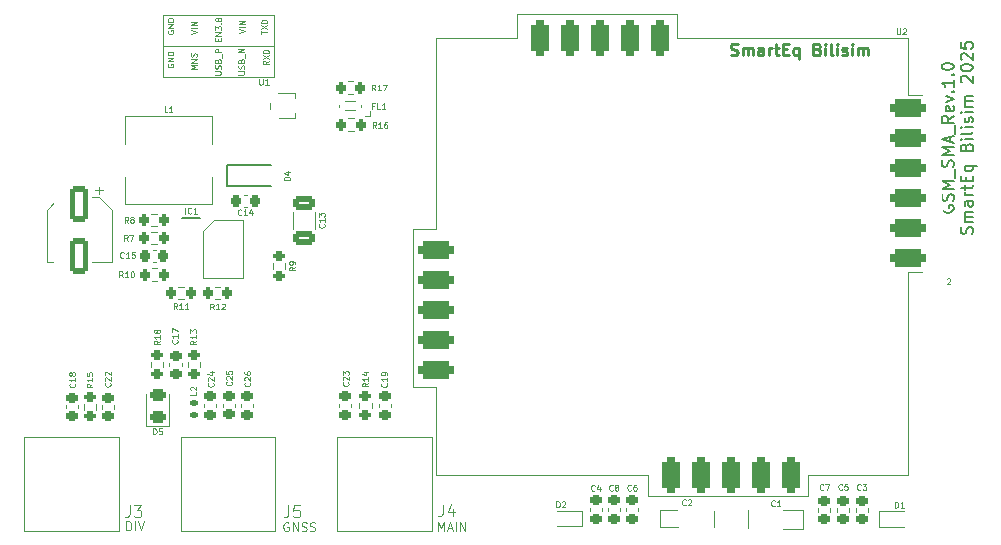
<source format=gto>
G04 #@! TF.GenerationSoftware,KiCad,Pcbnew,9.0.0*
G04 #@! TF.CreationDate,2025-09-02T13:29:40+03:00*
G04 #@! TF.ProjectId,GSM_SMA_V1.0,47534d5f-534d-4415-9f56-312e302e6b69,rev?*
G04 #@! TF.SameCoordinates,Original*
G04 #@! TF.FileFunction,Legend,Top*
G04 #@! TF.FilePolarity,Positive*
%FSLAX46Y46*%
G04 Gerber Fmt 4.6, Leading zero omitted, Abs format (unit mm)*
G04 Created by KiCad (PCBNEW 9.0.0) date 2025-09-02 13:29:40*
%MOMM*%
%LPD*%
G01*
G04 APERTURE LIST*
G04 Aperture macros list*
%AMRoundRect*
0 Rectangle with rounded corners*
0 $1 Rounding radius*
0 $2 $3 $4 $5 $6 $7 $8 $9 X,Y pos of 4 corners*
0 Add a 4 corners polygon primitive as box body*
4,1,4,$2,$3,$4,$5,$6,$7,$8,$9,$2,$3,0*
0 Add four circle primitives for the rounded corners*
1,1,$1+$1,$2,$3*
1,1,$1+$1,$4,$5*
1,1,$1+$1,$6,$7*
1,1,$1+$1,$8,$9*
0 Add four rect primitives between the rounded corners*
20,1,$1+$1,$2,$3,$4,$5,0*
20,1,$1+$1,$4,$5,$6,$7,0*
20,1,$1+$1,$6,$7,$8,$9,0*
20,1,$1+$1,$8,$9,$2,$3,0*%
%AMFreePoly0*
4,1,57,0.502519,2.957613,0.830507,2.882752,1.148050,2.771639,1.451157,2.625670,1.736014,2.446683,1.999040,2.236926,2.236926,1.999040,2.446683,1.736014,2.625670,1.451157,2.771639,1.148050,2.882752,0.830507,2.957613,0.502519,2.995280,0.168211,2.995280,-0.168211,2.957613,-0.502519,2.882752,-0.830507,2.771639,-1.148050,2.625670,-1.451157,2.446683,-1.736014,2.236926,-1.999040,
1.999040,-2.236926,1.736014,-2.446683,1.451157,-2.625670,1.148050,-2.771639,0.830507,-2.882752,0.502519,-2.957613,0.168211,-2.995280,-0.168211,-2.995280,-0.502519,-2.957613,-0.830507,-2.882752,-1.148050,-2.771639,-1.451157,-2.625670,-1.736014,-2.446683,-1.999040,-2.236926,-2.236926,-1.999040,-2.446683,-1.736014,-2.625670,-1.451157,-2.771639,-1.148050,-2.882752,-0.830507,-2.957613,-0.502519,
-2.995280,-0.168211,-2.995280,0.168211,-2.957613,0.502519,-2.882752,0.830507,-2.771639,1.148050,-2.625670,1.451157,-2.446683,1.736014,-2.236926,1.999040,-1.999040,2.236926,-1.736014,2.446683,-1.451157,2.625670,-1.148050,2.771639,-0.830507,2.882752,-0.502519,2.957613,-0.168211,2.995280,0.168211,2.995280,0.502519,2.957613,0.502519,2.957613,$1*%
G04 Aperture macros list end*
%ADD10C,0.120000*%
%ADD11C,0.100000*%
%ADD12C,0.150000*%
%ADD13C,0.250000*%
%ADD14C,0.200000*%
%ADD15RoundRect,0.225000X0.250000X-0.225000X0.250000X0.225000X-0.250000X0.225000X-0.250000X-0.225000X0*%
%ADD16RoundRect,0.225000X-0.250000X0.225000X-0.250000X-0.225000X0.250000X-0.225000X0.250000X0.225000X0*%
%ADD17C,1.500000*%
%ADD18RoundRect,0.225000X0.225000X0.250000X-0.225000X0.250000X-0.225000X-0.250000X0.225000X-0.250000X0*%
%ADD19R,1.400000X1.000000*%
%ADD20RoundRect,0.200000X-0.200000X-0.275000X0.200000X-0.275000X0.200000X0.275000X-0.200000X0.275000X0*%
%ADD21R,1.600000X2.200000*%
%ADD22RoundRect,0.200000X0.275000X-0.200000X0.275000X0.200000X-0.275000X0.200000X-0.275000X-0.200000X0*%
%ADD23R,1.120000X1.220000*%
%ADD24R,2.000000X1.100000*%
%ADD25R,0.800000X1.100000*%
%ADD26R,0.750000X0.400000*%
%ADD27FreePoly0,270.000000*%
%ADD28O,2.500000X2.500000*%
%ADD29RoundRect,0.250000X0.650000X-0.325000X0.650000X0.325000X-0.650000X0.325000X-0.650000X-0.325000X0*%
%ADD30R,1.800000X1.230000*%
%ADD31RoundRect,0.200000X0.200000X0.275000X-0.200000X0.275000X-0.200000X-0.275000X0.200000X-0.275000X0*%
%ADD32RoundRect,0.250000X-0.550000X1.250000X-0.550000X-1.250000X0.550000X-1.250000X0.550000X1.250000X0*%
%ADD33RoundRect,0.375000X1.125000X0.375000X-1.125000X0.375000X-1.125000X-0.375000X1.125000X-0.375000X0*%
%ADD34RoundRect,0.375000X-0.375000X1.125000X-0.375000X-1.125000X0.375000X-1.125000X0.375000X1.125000X0*%
%ADD35RoundRect,0.200000X-0.275000X0.200000X-0.275000X-0.200000X0.275000X-0.200000X0.275000X0.200000X0*%
%ADD36RoundRect,0.147500X-0.172500X0.147500X-0.172500X-0.147500X0.172500X-0.147500X0.172500X0.147500X0*%
%ADD37R,1.525000X0.700000*%
%ADD38R,2.560000X3.450000*%
%ADD39RoundRect,0.243750X0.456250X-0.243750X0.456250X0.243750X-0.456250X0.243750X-0.456250X-0.243750X0*%
%ADD40R,1.350000X1.350000*%
%ADD41O,1.350000X1.350000*%
G04 APERTURE END LIST*
D10*
X87370000Y-79610000D02*
X96800000Y-79610000D01*
X87370000Y-76980000D02*
X96800000Y-76980000D01*
X96800000Y-82240000D01*
X87370000Y-82240000D01*
X87370000Y-76980000D01*
D11*
X89753609Y-78556591D02*
X90253609Y-78389925D01*
X90253609Y-78389925D02*
X89753609Y-78223258D01*
X90253609Y-78056592D02*
X89753609Y-78056592D01*
X90253609Y-77818497D02*
X89753609Y-77818497D01*
X89753609Y-77818497D02*
X90253609Y-77532783D01*
X90253609Y-77532783D02*
X89753609Y-77532783D01*
X91783609Y-82015163D02*
X92188371Y-82015163D01*
X92188371Y-82015163D02*
X92235990Y-81991353D01*
X92235990Y-81991353D02*
X92259800Y-81967544D01*
X92259800Y-81967544D02*
X92283609Y-81919925D01*
X92283609Y-81919925D02*
X92283609Y-81824687D01*
X92283609Y-81824687D02*
X92259800Y-81777068D01*
X92259800Y-81777068D02*
X92235990Y-81753258D01*
X92235990Y-81753258D02*
X92188371Y-81729449D01*
X92188371Y-81729449D02*
X91783609Y-81729449D01*
X92259800Y-81515162D02*
X92283609Y-81443734D01*
X92283609Y-81443734D02*
X92283609Y-81324686D01*
X92283609Y-81324686D02*
X92259800Y-81277067D01*
X92259800Y-81277067D02*
X92235990Y-81253258D01*
X92235990Y-81253258D02*
X92188371Y-81229448D01*
X92188371Y-81229448D02*
X92140752Y-81229448D01*
X92140752Y-81229448D02*
X92093133Y-81253258D01*
X92093133Y-81253258D02*
X92069323Y-81277067D01*
X92069323Y-81277067D02*
X92045514Y-81324686D01*
X92045514Y-81324686D02*
X92021704Y-81419924D01*
X92021704Y-81419924D02*
X91997895Y-81467543D01*
X91997895Y-81467543D02*
X91974085Y-81491353D01*
X91974085Y-81491353D02*
X91926466Y-81515162D01*
X91926466Y-81515162D02*
X91878847Y-81515162D01*
X91878847Y-81515162D02*
X91831228Y-81491353D01*
X91831228Y-81491353D02*
X91807419Y-81467543D01*
X91807419Y-81467543D02*
X91783609Y-81419924D01*
X91783609Y-81419924D02*
X91783609Y-81300877D01*
X91783609Y-81300877D02*
X91807419Y-81229448D01*
X92021704Y-80848496D02*
X92045514Y-80777068D01*
X92045514Y-80777068D02*
X92069323Y-80753258D01*
X92069323Y-80753258D02*
X92116942Y-80729449D01*
X92116942Y-80729449D02*
X92188371Y-80729449D01*
X92188371Y-80729449D02*
X92235990Y-80753258D01*
X92235990Y-80753258D02*
X92259800Y-80777068D01*
X92259800Y-80777068D02*
X92283609Y-80824687D01*
X92283609Y-80824687D02*
X92283609Y-81015163D01*
X92283609Y-81015163D02*
X91783609Y-81015163D01*
X91783609Y-81015163D02*
X91783609Y-80848496D01*
X91783609Y-80848496D02*
X91807419Y-80800877D01*
X91807419Y-80800877D02*
X91831228Y-80777068D01*
X91831228Y-80777068D02*
X91878847Y-80753258D01*
X91878847Y-80753258D02*
X91926466Y-80753258D01*
X91926466Y-80753258D02*
X91974085Y-80777068D01*
X91974085Y-80777068D02*
X91997895Y-80800877D01*
X91997895Y-80800877D02*
X92021704Y-80848496D01*
X92021704Y-80848496D02*
X92021704Y-81015163D01*
X92331228Y-80634211D02*
X92331228Y-80253258D01*
X92283609Y-80134211D02*
X91783609Y-80134211D01*
X91783609Y-80134211D02*
X91783609Y-79943735D01*
X91783609Y-79943735D02*
X91807419Y-79896116D01*
X91807419Y-79896116D02*
X91831228Y-79872306D01*
X91831228Y-79872306D02*
X91878847Y-79848497D01*
X91878847Y-79848497D02*
X91950276Y-79848497D01*
X91950276Y-79848497D02*
X91997895Y-79872306D01*
X91997895Y-79872306D02*
X92021704Y-79896116D01*
X92021704Y-79896116D02*
X92045514Y-79943735D01*
X92045514Y-79943735D02*
X92045514Y-80134211D01*
X93763609Y-82005163D02*
X94168371Y-82005163D01*
X94168371Y-82005163D02*
X94215990Y-81981353D01*
X94215990Y-81981353D02*
X94239800Y-81957544D01*
X94239800Y-81957544D02*
X94263609Y-81909925D01*
X94263609Y-81909925D02*
X94263609Y-81814687D01*
X94263609Y-81814687D02*
X94239800Y-81767068D01*
X94239800Y-81767068D02*
X94215990Y-81743258D01*
X94215990Y-81743258D02*
X94168371Y-81719449D01*
X94168371Y-81719449D02*
X93763609Y-81719449D01*
X94239800Y-81505162D02*
X94263609Y-81433734D01*
X94263609Y-81433734D02*
X94263609Y-81314686D01*
X94263609Y-81314686D02*
X94239800Y-81267067D01*
X94239800Y-81267067D02*
X94215990Y-81243258D01*
X94215990Y-81243258D02*
X94168371Y-81219448D01*
X94168371Y-81219448D02*
X94120752Y-81219448D01*
X94120752Y-81219448D02*
X94073133Y-81243258D01*
X94073133Y-81243258D02*
X94049323Y-81267067D01*
X94049323Y-81267067D02*
X94025514Y-81314686D01*
X94025514Y-81314686D02*
X94001704Y-81409924D01*
X94001704Y-81409924D02*
X93977895Y-81457543D01*
X93977895Y-81457543D02*
X93954085Y-81481353D01*
X93954085Y-81481353D02*
X93906466Y-81505162D01*
X93906466Y-81505162D02*
X93858847Y-81505162D01*
X93858847Y-81505162D02*
X93811228Y-81481353D01*
X93811228Y-81481353D02*
X93787419Y-81457543D01*
X93787419Y-81457543D02*
X93763609Y-81409924D01*
X93763609Y-81409924D02*
X93763609Y-81290877D01*
X93763609Y-81290877D02*
X93787419Y-81219448D01*
X94001704Y-80838496D02*
X94025514Y-80767068D01*
X94025514Y-80767068D02*
X94049323Y-80743258D01*
X94049323Y-80743258D02*
X94096942Y-80719449D01*
X94096942Y-80719449D02*
X94168371Y-80719449D01*
X94168371Y-80719449D02*
X94215990Y-80743258D01*
X94215990Y-80743258D02*
X94239800Y-80767068D01*
X94239800Y-80767068D02*
X94263609Y-80814687D01*
X94263609Y-80814687D02*
X94263609Y-81005163D01*
X94263609Y-81005163D02*
X93763609Y-81005163D01*
X93763609Y-81005163D02*
X93763609Y-80838496D01*
X93763609Y-80838496D02*
X93787419Y-80790877D01*
X93787419Y-80790877D02*
X93811228Y-80767068D01*
X93811228Y-80767068D02*
X93858847Y-80743258D01*
X93858847Y-80743258D02*
X93906466Y-80743258D01*
X93906466Y-80743258D02*
X93954085Y-80767068D01*
X93954085Y-80767068D02*
X93977895Y-80790877D01*
X93977895Y-80790877D02*
X94001704Y-80838496D01*
X94001704Y-80838496D02*
X94001704Y-81005163D01*
X94311228Y-80624211D02*
X94311228Y-80243258D01*
X94263609Y-80124211D02*
X93763609Y-80124211D01*
X93763609Y-80124211D02*
X94263609Y-79838497D01*
X94263609Y-79838497D02*
X93763609Y-79838497D01*
D12*
X153357494Y-93121904D02*
X153309875Y-93217142D01*
X153309875Y-93217142D02*
X153309875Y-93359999D01*
X153309875Y-93359999D02*
X153357494Y-93502856D01*
X153357494Y-93502856D02*
X153452732Y-93598094D01*
X153452732Y-93598094D02*
X153547970Y-93645713D01*
X153547970Y-93645713D02*
X153738446Y-93693332D01*
X153738446Y-93693332D02*
X153881303Y-93693332D01*
X153881303Y-93693332D02*
X154071779Y-93645713D01*
X154071779Y-93645713D02*
X154167017Y-93598094D01*
X154167017Y-93598094D02*
X154262256Y-93502856D01*
X154262256Y-93502856D02*
X154309875Y-93359999D01*
X154309875Y-93359999D02*
X154309875Y-93264761D01*
X154309875Y-93264761D02*
X154262256Y-93121904D01*
X154262256Y-93121904D02*
X154214636Y-93074285D01*
X154214636Y-93074285D02*
X153881303Y-93074285D01*
X153881303Y-93074285D02*
X153881303Y-93264761D01*
X154262256Y-92693332D02*
X154309875Y-92550475D01*
X154309875Y-92550475D02*
X154309875Y-92312380D01*
X154309875Y-92312380D02*
X154262256Y-92217142D01*
X154262256Y-92217142D02*
X154214636Y-92169523D01*
X154214636Y-92169523D02*
X154119398Y-92121904D01*
X154119398Y-92121904D02*
X154024160Y-92121904D01*
X154024160Y-92121904D02*
X153928922Y-92169523D01*
X153928922Y-92169523D02*
X153881303Y-92217142D01*
X153881303Y-92217142D02*
X153833684Y-92312380D01*
X153833684Y-92312380D02*
X153786065Y-92502856D01*
X153786065Y-92502856D02*
X153738446Y-92598094D01*
X153738446Y-92598094D02*
X153690827Y-92645713D01*
X153690827Y-92645713D02*
X153595589Y-92693332D01*
X153595589Y-92693332D02*
X153500351Y-92693332D01*
X153500351Y-92693332D02*
X153405113Y-92645713D01*
X153405113Y-92645713D02*
X153357494Y-92598094D01*
X153357494Y-92598094D02*
X153309875Y-92502856D01*
X153309875Y-92502856D02*
X153309875Y-92264761D01*
X153309875Y-92264761D02*
X153357494Y-92121904D01*
X154309875Y-91693332D02*
X153309875Y-91693332D01*
X153309875Y-91693332D02*
X154024160Y-91359999D01*
X154024160Y-91359999D02*
X153309875Y-91026666D01*
X153309875Y-91026666D02*
X154309875Y-91026666D01*
X154405113Y-90788571D02*
X154405113Y-90026666D01*
X154262256Y-89836189D02*
X154309875Y-89693332D01*
X154309875Y-89693332D02*
X154309875Y-89455237D01*
X154309875Y-89455237D02*
X154262256Y-89359999D01*
X154262256Y-89359999D02*
X154214636Y-89312380D01*
X154214636Y-89312380D02*
X154119398Y-89264761D01*
X154119398Y-89264761D02*
X154024160Y-89264761D01*
X154024160Y-89264761D02*
X153928922Y-89312380D01*
X153928922Y-89312380D02*
X153881303Y-89359999D01*
X153881303Y-89359999D02*
X153833684Y-89455237D01*
X153833684Y-89455237D02*
X153786065Y-89645713D01*
X153786065Y-89645713D02*
X153738446Y-89740951D01*
X153738446Y-89740951D02*
X153690827Y-89788570D01*
X153690827Y-89788570D02*
X153595589Y-89836189D01*
X153595589Y-89836189D02*
X153500351Y-89836189D01*
X153500351Y-89836189D02*
X153405113Y-89788570D01*
X153405113Y-89788570D02*
X153357494Y-89740951D01*
X153357494Y-89740951D02*
X153309875Y-89645713D01*
X153309875Y-89645713D02*
X153309875Y-89407618D01*
X153309875Y-89407618D02*
X153357494Y-89264761D01*
X154309875Y-88836189D02*
X153309875Y-88836189D01*
X153309875Y-88836189D02*
X154024160Y-88502856D01*
X154024160Y-88502856D02*
X153309875Y-88169523D01*
X153309875Y-88169523D02*
X154309875Y-88169523D01*
X154024160Y-87740951D02*
X154024160Y-87264761D01*
X154309875Y-87836189D02*
X153309875Y-87502856D01*
X153309875Y-87502856D02*
X154309875Y-87169523D01*
X154405113Y-87074285D02*
X154405113Y-86312380D01*
X154309875Y-85502856D02*
X153833684Y-85836189D01*
X154309875Y-86074284D02*
X153309875Y-86074284D01*
X153309875Y-86074284D02*
X153309875Y-85693332D01*
X153309875Y-85693332D02*
X153357494Y-85598094D01*
X153357494Y-85598094D02*
X153405113Y-85550475D01*
X153405113Y-85550475D02*
X153500351Y-85502856D01*
X153500351Y-85502856D02*
X153643208Y-85502856D01*
X153643208Y-85502856D02*
X153738446Y-85550475D01*
X153738446Y-85550475D02*
X153786065Y-85598094D01*
X153786065Y-85598094D02*
X153833684Y-85693332D01*
X153833684Y-85693332D02*
X153833684Y-86074284D01*
X154262256Y-84693332D02*
X154309875Y-84788570D01*
X154309875Y-84788570D02*
X154309875Y-84979046D01*
X154309875Y-84979046D02*
X154262256Y-85074284D01*
X154262256Y-85074284D02*
X154167017Y-85121903D01*
X154167017Y-85121903D02*
X153786065Y-85121903D01*
X153786065Y-85121903D02*
X153690827Y-85074284D01*
X153690827Y-85074284D02*
X153643208Y-84979046D01*
X153643208Y-84979046D02*
X153643208Y-84788570D01*
X153643208Y-84788570D02*
X153690827Y-84693332D01*
X153690827Y-84693332D02*
X153786065Y-84645713D01*
X153786065Y-84645713D02*
X153881303Y-84645713D01*
X153881303Y-84645713D02*
X153976541Y-85121903D01*
X153643208Y-84312379D02*
X154309875Y-84074284D01*
X154309875Y-84074284D02*
X153643208Y-83836189D01*
X154214636Y-83455236D02*
X154262256Y-83407617D01*
X154262256Y-83407617D02*
X154309875Y-83455236D01*
X154309875Y-83455236D02*
X154262256Y-83502855D01*
X154262256Y-83502855D02*
X154214636Y-83455236D01*
X154214636Y-83455236D02*
X154309875Y-83455236D01*
X154309875Y-82455237D02*
X154309875Y-83026665D01*
X154309875Y-82740951D02*
X153309875Y-82740951D01*
X153309875Y-82740951D02*
X153452732Y-82836189D01*
X153452732Y-82836189D02*
X153547970Y-82931427D01*
X153547970Y-82931427D02*
X153595589Y-83026665D01*
X154214636Y-82026665D02*
X154262256Y-81979046D01*
X154262256Y-81979046D02*
X154309875Y-82026665D01*
X154309875Y-82026665D02*
X154262256Y-82074284D01*
X154262256Y-82074284D02*
X154214636Y-82026665D01*
X154214636Y-82026665D02*
X154309875Y-82026665D01*
X153309875Y-81359999D02*
X153309875Y-81264761D01*
X153309875Y-81264761D02*
X153357494Y-81169523D01*
X153357494Y-81169523D02*
X153405113Y-81121904D01*
X153405113Y-81121904D02*
X153500351Y-81074285D01*
X153500351Y-81074285D02*
X153690827Y-81026666D01*
X153690827Y-81026666D02*
X153928922Y-81026666D01*
X153928922Y-81026666D02*
X154119398Y-81074285D01*
X154119398Y-81074285D02*
X154214636Y-81121904D01*
X154214636Y-81121904D02*
X154262256Y-81169523D01*
X154262256Y-81169523D02*
X154309875Y-81264761D01*
X154309875Y-81264761D02*
X154309875Y-81359999D01*
X154309875Y-81359999D02*
X154262256Y-81455237D01*
X154262256Y-81455237D02*
X154214636Y-81502856D01*
X154214636Y-81502856D02*
X154119398Y-81550475D01*
X154119398Y-81550475D02*
X153928922Y-81598094D01*
X153928922Y-81598094D02*
X153690827Y-81598094D01*
X153690827Y-81598094D02*
X153500351Y-81550475D01*
X153500351Y-81550475D02*
X153405113Y-81502856D01*
X153405113Y-81502856D02*
X153357494Y-81455237D01*
X153357494Y-81455237D02*
X153309875Y-81359999D01*
X155872200Y-95479047D02*
X155919819Y-95336190D01*
X155919819Y-95336190D02*
X155919819Y-95098095D01*
X155919819Y-95098095D02*
X155872200Y-95002857D01*
X155872200Y-95002857D02*
X155824580Y-94955238D01*
X155824580Y-94955238D02*
X155729342Y-94907619D01*
X155729342Y-94907619D02*
X155634104Y-94907619D01*
X155634104Y-94907619D02*
X155538866Y-94955238D01*
X155538866Y-94955238D02*
X155491247Y-95002857D01*
X155491247Y-95002857D02*
X155443628Y-95098095D01*
X155443628Y-95098095D02*
X155396009Y-95288571D01*
X155396009Y-95288571D02*
X155348390Y-95383809D01*
X155348390Y-95383809D02*
X155300771Y-95431428D01*
X155300771Y-95431428D02*
X155205533Y-95479047D01*
X155205533Y-95479047D02*
X155110295Y-95479047D01*
X155110295Y-95479047D02*
X155015057Y-95431428D01*
X155015057Y-95431428D02*
X154967438Y-95383809D01*
X154967438Y-95383809D02*
X154919819Y-95288571D01*
X154919819Y-95288571D02*
X154919819Y-95050476D01*
X154919819Y-95050476D02*
X154967438Y-94907619D01*
X155919819Y-94479047D02*
X155253152Y-94479047D01*
X155348390Y-94479047D02*
X155300771Y-94431428D01*
X155300771Y-94431428D02*
X155253152Y-94336190D01*
X155253152Y-94336190D02*
X155253152Y-94193333D01*
X155253152Y-94193333D02*
X155300771Y-94098095D01*
X155300771Y-94098095D02*
X155396009Y-94050476D01*
X155396009Y-94050476D02*
X155919819Y-94050476D01*
X155396009Y-94050476D02*
X155300771Y-94002857D01*
X155300771Y-94002857D02*
X155253152Y-93907619D01*
X155253152Y-93907619D02*
X155253152Y-93764762D01*
X155253152Y-93764762D02*
X155300771Y-93669523D01*
X155300771Y-93669523D02*
X155396009Y-93621904D01*
X155396009Y-93621904D02*
X155919819Y-93621904D01*
X155919819Y-92717143D02*
X155396009Y-92717143D01*
X155396009Y-92717143D02*
X155300771Y-92764762D01*
X155300771Y-92764762D02*
X155253152Y-92860000D01*
X155253152Y-92860000D02*
X155253152Y-93050476D01*
X155253152Y-93050476D02*
X155300771Y-93145714D01*
X155872200Y-92717143D02*
X155919819Y-92812381D01*
X155919819Y-92812381D02*
X155919819Y-93050476D01*
X155919819Y-93050476D02*
X155872200Y-93145714D01*
X155872200Y-93145714D02*
X155776961Y-93193333D01*
X155776961Y-93193333D02*
X155681723Y-93193333D01*
X155681723Y-93193333D02*
X155586485Y-93145714D01*
X155586485Y-93145714D02*
X155538866Y-93050476D01*
X155538866Y-93050476D02*
X155538866Y-92812381D01*
X155538866Y-92812381D02*
X155491247Y-92717143D01*
X155919819Y-92240952D02*
X155253152Y-92240952D01*
X155443628Y-92240952D02*
X155348390Y-92193333D01*
X155348390Y-92193333D02*
X155300771Y-92145714D01*
X155300771Y-92145714D02*
X155253152Y-92050476D01*
X155253152Y-92050476D02*
X155253152Y-91955238D01*
X155253152Y-91764761D02*
X155253152Y-91383809D01*
X154919819Y-91621904D02*
X155776961Y-91621904D01*
X155776961Y-91621904D02*
X155872200Y-91574285D01*
X155872200Y-91574285D02*
X155919819Y-91479047D01*
X155919819Y-91479047D02*
X155919819Y-91383809D01*
X155396009Y-91050475D02*
X155396009Y-90717142D01*
X155919819Y-90574285D02*
X155919819Y-91050475D01*
X155919819Y-91050475D02*
X154919819Y-91050475D01*
X154919819Y-91050475D02*
X154919819Y-90574285D01*
X155253152Y-89717142D02*
X156253152Y-89717142D01*
X155872200Y-89717142D02*
X155919819Y-89812380D01*
X155919819Y-89812380D02*
X155919819Y-90002856D01*
X155919819Y-90002856D02*
X155872200Y-90098094D01*
X155872200Y-90098094D02*
X155824580Y-90145713D01*
X155824580Y-90145713D02*
X155729342Y-90193332D01*
X155729342Y-90193332D02*
X155443628Y-90193332D01*
X155443628Y-90193332D02*
X155348390Y-90145713D01*
X155348390Y-90145713D02*
X155300771Y-90098094D01*
X155300771Y-90098094D02*
X155253152Y-90002856D01*
X155253152Y-90002856D02*
X155253152Y-89812380D01*
X155253152Y-89812380D02*
X155300771Y-89717142D01*
X155396009Y-88145713D02*
X155443628Y-88002856D01*
X155443628Y-88002856D02*
X155491247Y-87955237D01*
X155491247Y-87955237D02*
X155586485Y-87907618D01*
X155586485Y-87907618D02*
X155729342Y-87907618D01*
X155729342Y-87907618D02*
X155824580Y-87955237D01*
X155824580Y-87955237D02*
X155872200Y-88002856D01*
X155872200Y-88002856D02*
X155919819Y-88098094D01*
X155919819Y-88098094D02*
X155919819Y-88479046D01*
X155919819Y-88479046D02*
X154919819Y-88479046D01*
X154919819Y-88479046D02*
X154919819Y-88145713D01*
X154919819Y-88145713D02*
X154967438Y-88050475D01*
X154967438Y-88050475D02*
X155015057Y-88002856D01*
X155015057Y-88002856D02*
X155110295Y-87955237D01*
X155110295Y-87955237D02*
X155205533Y-87955237D01*
X155205533Y-87955237D02*
X155300771Y-88002856D01*
X155300771Y-88002856D02*
X155348390Y-88050475D01*
X155348390Y-88050475D02*
X155396009Y-88145713D01*
X155396009Y-88145713D02*
X155396009Y-88479046D01*
X155919819Y-87479046D02*
X155253152Y-87479046D01*
X154919819Y-87479046D02*
X154967438Y-87526665D01*
X154967438Y-87526665D02*
X155015057Y-87479046D01*
X155015057Y-87479046D02*
X154967438Y-87431427D01*
X154967438Y-87431427D02*
X154919819Y-87479046D01*
X154919819Y-87479046D02*
X155015057Y-87479046D01*
X155919819Y-86859999D02*
X155872200Y-86955237D01*
X155872200Y-86955237D02*
X155776961Y-87002856D01*
X155776961Y-87002856D02*
X154919819Y-87002856D01*
X155919819Y-86479046D02*
X155253152Y-86479046D01*
X154919819Y-86479046D02*
X154967438Y-86526665D01*
X154967438Y-86526665D02*
X155015057Y-86479046D01*
X155015057Y-86479046D02*
X154967438Y-86431427D01*
X154967438Y-86431427D02*
X154919819Y-86479046D01*
X154919819Y-86479046D02*
X155015057Y-86479046D01*
X155872200Y-86050475D02*
X155919819Y-85955237D01*
X155919819Y-85955237D02*
X155919819Y-85764761D01*
X155919819Y-85764761D02*
X155872200Y-85669523D01*
X155872200Y-85669523D02*
X155776961Y-85621904D01*
X155776961Y-85621904D02*
X155729342Y-85621904D01*
X155729342Y-85621904D02*
X155634104Y-85669523D01*
X155634104Y-85669523D02*
X155586485Y-85764761D01*
X155586485Y-85764761D02*
X155586485Y-85907618D01*
X155586485Y-85907618D02*
X155538866Y-86002856D01*
X155538866Y-86002856D02*
X155443628Y-86050475D01*
X155443628Y-86050475D02*
X155396009Y-86050475D01*
X155396009Y-86050475D02*
X155300771Y-86002856D01*
X155300771Y-86002856D02*
X155253152Y-85907618D01*
X155253152Y-85907618D02*
X155253152Y-85764761D01*
X155253152Y-85764761D02*
X155300771Y-85669523D01*
X155919819Y-85193332D02*
X155253152Y-85193332D01*
X154919819Y-85193332D02*
X154967438Y-85240951D01*
X154967438Y-85240951D02*
X155015057Y-85193332D01*
X155015057Y-85193332D02*
X154967438Y-85145713D01*
X154967438Y-85145713D02*
X154919819Y-85193332D01*
X154919819Y-85193332D02*
X155015057Y-85193332D01*
X155919819Y-84717142D02*
X155253152Y-84717142D01*
X155348390Y-84717142D02*
X155300771Y-84669523D01*
X155300771Y-84669523D02*
X155253152Y-84574285D01*
X155253152Y-84574285D02*
X155253152Y-84431428D01*
X155253152Y-84431428D02*
X155300771Y-84336190D01*
X155300771Y-84336190D02*
X155396009Y-84288571D01*
X155396009Y-84288571D02*
X155919819Y-84288571D01*
X155396009Y-84288571D02*
X155300771Y-84240952D01*
X155300771Y-84240952D02*
X155253152Y-84145714D01*
X155253152Y-84145714D02*
X155253152Y-84002857D01*
X155253152Y-84002857D02*
X155300771Y-83907618D01*
X155300771Y-83907618D02*
X155396009Y-83859999D01*
X155396009Y-83859999D02*
X155919819Y-83859999D01*
X155015057Y-82669523D02*
X154967438Y-82621904D01*
X154967438Y-82621904D02*
X154919819Y-82526666D01*
X154919819Y-82526666D02*
X154919819Y-82288571D01*
X154919819Y-82288571D02*
X154967438Y-82193333D01*
X154967438Y-82193333D02*
X155015057Y-82145714D01*
X155015057Y-82145714D02*
X155110295Y-82098095D01*
X155110295Y-82098095D02*
X155205533Y-82098095D01*
X155205533Y-82098095D02*
X155348390Y-82145714D01*
X155348390Y-82145714D02*
X155919819Y-82717142D01*
X155919819Y-82717142D02*
X155919819Y-82098095D01*
X154919819Y-81479047D02*
X154919819Y-81383809D01*
X154919819Y-81383809D02*
X154967438Y-81288571D01*
X154967438Y-81288571D02*
X155015057Y-81240952D01*
X155015057Y-81240952D02*
X155110295Y-81193333D01*
X155110295Y-81193333D02*
X155300771Y-81145714D01*
X155300771Y-81145714D02*
X155538866Y-81145714D01*
X155538866Y-81145714D02*
X155729342Y-81193333D01*
X155729342Y-81193333D02*
X155824580Y-81240952D01*
X155824580Y-81240952D02*
X155872200Y-81288571D01*
X155872200Y-81288571D02*
X155919819Y-81383809D01*
X155919819Y-81383809D02*
X155919819Y-81479047D01*
X155919819Y-81479047D02*
X155872200Y-81574285D01*
X155872200Y-81574285D02*
X155824580Y-81621904D01*
X155824580Y-81621904D02*
X155729342Y-81669523D01*
X155729342Y-81669523D02*
X155538866Y-81717142D01*
X155538866Y-81717142D02*
X155300771Y-81717142D01*
X155300771Y-81717142D02*
X155110295Y-81669523D01*
X155110295Y-81669523D02*
X155015057Y-81621904D01*
X155015057Y-81621904D02*
X154967438Y-81574285D01*
X154967438Y-81574285D02*
X154919819Y-81479047D01*
X155015057Y-80764761D02*
X154967438Y-80717142D01*
X154967438Y-80717142D02*
X154919819Y-80621904D01*
X154919819Y-80621904D02*
X154919819Y-80383809D01*
X154919819Y-80383809D02*
X154967438Y-80288571D01*
X154967438Y-80288571D02*
X155015057Y-80240952D01*
X155015057Y-80240952D02*
X155110295Y-80193333D01*
X155110295Y-80193333D02*
X155205533Y-80193333D01*
X155205533Y-80193333D02*
X155348390Y-80240952D01*
X155348390Y-80240952D02*
X155919819Y-80812380D01*
X155919819Y-80812380D02*
X155919819Y-80193333D01*
X154919819Y-79288571D02*
X154919819Y-79764761D01*
X154919819Y-79764761D02*
X155396009Y-79812380D01*
X155396009Y-79812380D02*
X155348390Y-79764761D01*
X155348390Y-79764761D02*
X155300771Y-79669523D01*
X155300771Y-79669523D02*
X155300771Y-79431428D01*
X155300771Y-79431428D02*
X155348390Y-79336190D01*
X155348390Y-79336190D02*
X155396009Y-79288571D01*
X155396009Y-79288571D02*
X155491247Y-79240952D01*
X155491247Y-79240952D02*
X155729342Y-79240952D01*
X155729342Y-79240952D02*
X155824580Y-79288571D01*
X155824580Y-79288571D02*
X155872200Y-79336190D01*
X155872200Y-79336190D02*
X155919819Y-79431428D01*
X155919819Y-79431428D02*
X155919819Y-79669523D01*
X155919819Y-79669523D02*
X155872200Y-79764761D01*
X155872200Y-79764761D02*
X155824580Y-79812380D01*
D11*
X110674360Y-120633014D02*
X110674360Y-119883014D01*
X110674360Y-119883014D02*
X110924360Y-120418728D01*
X110924360Y-120418728D02*
X111174360Y-119883014D01*
X111174360Y-119883014D02*
X111174360Y-120633014D01*
X111495789Y-120418728D02*
X111852932Y-120418728D01*
X111424360Y-120633014D02*
X111674360Y-119883014D01*
X111674360Y-119883014D02*
X111924360Y-120633014D01*
X112174360Y-120633014D02*
X112174360Y-119883014D01*
X112531503Y-120633014D02*
X112531503Y-119883014D01*
X112531503Y-119883014D02*
X112960074Y-120633014D01*
X112960074Y-120633014D02*
X112960074Y-119883014D01*
X95703609Y-78566591D02*
X95703609Y-78280877D01*
X96203609Y-78423734D02*
X95703609Y-78423734D01*
X95703609Y-78161830D02*
X96203609Y-77828497D01*
X95703609Y-77828497D02*
X96203609Y-78161830D01*
X96203609Y-77638021D02*
X95703609Y-77638021D01*
X95703609Y-77638021D02*
X95703609Y-77518973D01*
X95703609Y-77518973D02*
X95727419Y-77447545D01*
X95727419Y-77447545D02*
X95775038Y-77399926D01*
X95775038Y-77399926D02*
X95822657Y-77376116D01*
X95822657Y-77376116D02*
X95917895Y-77352307D01*
X95917895Y-77352307D02*
X95989323Y-77352307D01*
X95989323Y-77352307D02*
X96084561Y-77376116D01*
X96084561Y-77376116D02*
X96132180Y-77399926D01*
X96132180Y-77399926D02*
X96179800Y-77447545D01*
X96179800Y-77447545D02*
X96203609Y-77518973D01*
X96203609Y-77518973D02*
X96203609Y-77638021D01*
X90213609Y-81565163D02*
X89713609Y-81565163D01*
X89713609Y-81565163D02*
X90070752Y-81398496D01*
X90070752Y-81398496D02*
X89713609Y-81231830D01*
X89713609Y-81231830D02*
X90213609Y-81231830D01*
X90213609Y-80993734D02*
X89713609Y-80993734D01*
X89713609Y-80993734D02*
X90213609Y-80708020D01*
X90213609Y-80708020D02*
X89713609Y-80708020D01*
X90189800Y-80493733D02*
X90213609Y-80422305D01*
X90213609Y-80422305D02*
X90213609Y-80303257D01*
X90213609Y-80303257D02*
X90189800Y-80255638D01*
X90189800Y-80255638D02*
X90165990Y-80231829D01*
X90165990Y-80231829D02*
X90118371Y-80208019D01*
X90118371Y-80208019D02*
X90070752Y-80208019D01*
X90070752Y-80208019D02*
X90023133Y-80231829D01*
X90023133Y-80231829D02*
X89999323Y-80255638D01*
X89999323Y-80255638D02*
X89975514Y-80303257D01*
X89975514Y-80303257D02*
X89951704Y-80398495D01*
X89951704Y-80398495D02*
X89927895Y-80446114D01*
X89927895Y-80446114D02*
X89904085Y-80469924D01*
X89904085Y-80469924D02*
X89856466Y-80493733D01*
X89856466Y-80493733D02*
X89808847Y-80493733D01*
X89808847Y-80493733D02*
X89761228Y-80469924D01*
X89761228Y-80469924D02*
X89737419Y-80446114D01*
X89737419Y-80446114D02*
X89713609Y-80398495D01*
X89713609Y-80398495D02*
X89713609Y-80279448D01*
X89713609Y-80279448D02*
X89737419Y-80208019D01*
X93803609Y-78466591D02*
X94303609Y-78299925D01*
X94303609Y-78299925D02*
X93803609Y-78133258D01*
X94303609Y-77966592D02*
X93803609Y-77966592D01*
X94303609Y-77728497D02*
X93803609Y-77728497D01*
X93803609Y-77728497D02*
X94303609Y-77442783D01*
X94303609Y-77442783D02*
X93803609Y-77442783D01*
X87777419Y-78283258D02*
X87753609Y-78330877D01*
X87753609Y-78330877D02*
X87753609Y-78402306D01*
X87753609Y-78402306D02*
X87777419Y-78473734D01*
X87777419Y-78473734D02*
X87825038Y-78521353D01*
X87825038Y-78521353D02*
X87872657Y-78545163D01*
X87872657Y-78545163D02*
X87967895Y-78568972D01*
X87967895Y-78568972D02*
X88039323Y-78568972D01*
X88039323Y-78568972D02*
X88134561Y-78545163D01*
X88134561Y-78545163D02*
X88182180Y-78521353D01*
X88182180Y-78521353D02*
X88229800Y-78473734D01*
X88229800Y-78473734D02*
X88253609Y-78402306D01*
X88253609Y-78402306D02*
X88253609Y-78354687D01*
X88253609Y-78354687D02*
X88229800Y-78283258D01*
X88229800Y-78283258D02*
X88205990Y-78259449D01*
X88205990Y-78259449D02*
X88039323Y-78259449D01*
X88039323Y-78259449D02*
X88039323Y-78354687D01*
X88253609Y-78045163D02*
X87753609Y-78045163D01*
X87753609Y-78045163D02*
X88253609Y-77759449D01*
X88253609Y-77759449D02*
X87753609Y-77759449D01*
X88253609Y-77521353D02*
X87753609Y-77521353D01*
X87753609Y-77521353D02*
X87753609Y-77402305D01*
X87753609Y-77402305D02*
X87777419Y-77330877D01*
X87777419Y-77330877D02*
X87825038Y-77283258D01*
X87825038Y-77283258D02*
X87872657Y-77259448D01*
X87872657Y-77259448D02*
X87967895Y-77235639D01*
X87967895Y-77235639D02*
X88039323Y-77235639D01*
X88039323Y-77235639D02*
X88134561Y-77259448D01*
X88134561Y-77259448D02*
X88182180Y-77283258D01*
X88182180Y-77283258D02*
X88229800Y-77330877D01*
X88229800Y-77330877D02*
X88253609Y-77402305D01*
X88253609Y-77402305D02*
X88253609Y-77521353D01*
X84274360Y-120583014D02*
X84274360Y-119833014D01*
X84274360Y-119833014D02*
X84452931Y-119833014D01*
X84452931Y-119833014D02*
X84560074Y-119868728D01*
X84560074Y-119868728D02*
X84631503Y-119940157D01*
X84631503Y-119940157D02*
X84667217Y-120011585D01*
X84667217Y-120011585D02*
X84702931Y-120154442D01*
X84702931Y-120154442D02*
X84702931Y-120261585D01*
X84702931Y-120261585D02*
X84667217Y-120404442D01*
X84667217Y-120404442D02*
X84631503Y-120475871D01*
X84631503Y-120475871D02*
X84560074Y-120547300D01*
X84560074Y-120547300D02*
X84452931Y-120583014D01*
X84452931Y-120583014D02*
X84274360Y-120583014D01*
X85024360Y-120583014D02*
X85024360Y-119833014D01*
X85274360Y-119833014D02*
X85524360Y-120583014D01*
X85524360Y-120583014D02*
X85774360Y-119833014D01*
X92036732Y-79155163D02*
X92036732Y-78988496D01*
X92298637Y-78917068D02*
X92298637Y-79155163D01*
X92298637Y-79155163D02*
X91798637Y-79155163D01*
X91798637Y-79155163D02*
X91798637Y-78917068D01*
X92298637Y-78702782D02*
X91798637Y-78702782D01*
X91798637Y-78702782D02*
X92298637Y-78417068D01*
X92298637Y-78417068D02*
X91798637Y-78417068D01*
X91798637Y-78226591D02*
X91798637Y-77917067D01*
X91798637Y-77917067D02*
X91989113Y-78083734D01*
X91989113Y-78083734D02*
X91989113Y-78012305D01*
X91989113Y-78012305D02*
X92012923Y-77964686D01*
X92012923Y-77964686D02*
X92036732Y-77940877D01*
X92036732Y-77940877D02*
X92084351Y-77917067D01*
X92084351Y-77917067D02*
X92203399Y-77917067D01*
X92203399Y-77917067D02*
X92251018Y-77940877D01*
X92251018Y-77940877D02*
X92274828Y-77964686D01*
X92274828Y-77964686D02*
X92298637Y-78012305D01*
X92298637Y-78012305D02*
X92298637Y-78155162D01*
X92298637Y-78155162D02*
X92274828Y-78202781D01*
X92274828Y-78202781D02*
X92251018Y-78226591D01*
X92251018Y-77702782D02*
X92274828Y-77678972D01*
X92274828Y-77678972D02*
X92298637Y-77702782D01*
X92298637Y-77702782D02*
X92274828Y-77726591D01*
X92274828Y-77726591D02*
X92251018Y-77702782D01*
X92251018Y-77702782D02*
X92298637Y-77702782D01*
X92012923Y-77393258D02*
X91989113Y-77440877D01*
X91989113Y-77440877D02*
X91965304Y-77464687D01*
X91965304Y-77464687D02*
X91917685Y-77488496D01*
X91917685Y-77488496D02*
X91893875Y-77488496D01*
X91893875Y-77488496D02*
X91846256Y-77464687D01*
X91846256Y-77464687D02*
X91822447Y-77440877D01*
X91822447Y-77440877D02*
X91798637Y-77393258D01*
X91798637Y-77393258D02*
X91798637Y-77298020D01*
X91798637Y-77298020D02*
X91822447Y-77250401D01*
X91822447Y-77250401D02*
X91846256Y-77226592D01*
X91846256Y-77226592D02*
X91893875Y-77202782D01*
X91893875Y-77202782D02*
X91917685Y-77202782D01*
X91917685Y-77202782D02*
X91965304Y-77226592D01*
X91965304Y-77226592D02*
X91989113Y-77250401D01*
X91989113Y-77250401D02*
X92012923Y-77298020D01*
X92012923Y-77298020D02*
X92012923Y-77393258D01*
X92012923Y-77393258D02*
X92036732Y-77440877D01*
X92036732Y-77440877D02*
X92060542Y-77464687D01*
X92060542Y-77464687D02*
X92108161Y-77488496D01*
X92108161Y-77488496D02*
X92203399Y-77488496D01*
X92203399Y-77488496D02*
X92251018Y-77464687D01*
X92251018Y-77464687D02*
X92274828Y-77440877D01*
X92274828Y-77440877D02*
X92298637Y-77393258D01*
X92298637Y-77393258D02*
X92298637Y-77298020D01*
X92298637Y-77298020D02*
X92274828Y-77250401D01*
X92274828Y-77250401D02*
X92251018Y-77226592D01*
X92251018Y-77226592D02*
X92203399Y-77202782D01*
X92203399Y-77202782D02*
X92108161Y-77202782D01*
X92108161Y-77202782D02*
X92060542Y-77226592D01*
X92060542Y-77226592D02*
X92036732Y-77250401D01*
X92036732Y-77250401D02*
X92012923Y-77298020D01*
X96313704Y-80865544D02*
X96075609Y-81032210D01*
X96313704Y-81151258D02*
X95813704Y-81151258D01*
X95813704Y-81151258D02*
X95813704Y-80960782D01*
X95813704Y-80960782D02*
X95837514Y-80913163D01*
X95837514Y-80913163D02*
X95861323Y-80889353D01*
X95861323Y-80889353D02*
X95908942Y-80865544D01*
X95908942Y-80865544D02*
X95980371Y-80865544D01*
X95980371Y-80865544D02*
X96027990Y-80889353D01*
X96027990Y-80889353D02*
X96051799Y-80913163D01*
X96051799Y-80913163D02*
X96075609Y-80960782D01*
X96075609Y-80960782D02*
X96075609Y-81151258D01*
X95813704Y-80698877D02*
X96313704Y-80365544D01*
X95813704Y-80365544D02*
X96313704Y-80698877D01*
X96313704Y-80175068D02*
X95813704Y-80175068D01*
X95813704Y-80175068D02*
X95813704Y-80056020D01*
X95813704Y-80056020D02*
X95837514Y-79984592D01*
X95837514Y-79984592D02*
X95885133Y-79936973D01*
X95885133Y-79936973D02*
X95932752Y-79913163D01*
X95932752Y-79913163D02*
X96027990Y-79889354D01*
X96027990Y-79889354D02*
X96099418Y-79889354D01*
X96099418Y-79889354D02*
X96194656Y-79913163D01*
X96194656Y-79913163D02*
X96242275Y-79936973D01*
X96242275Y-79936973D02*
X96289895Y-79984592D01*
X96289895Y-79984592D02*
X96313704Y-80056020D01*
X96313704Y-80056020D02*
X96313704Y-80175068D01*
X87781324Y-81123163D02*
X87757514Y-81170782D01*
X87757514Y-81170782D02*
X87757514Y-81242211D01*
X87757514Y-81242211D02*
X87781324Y-81313639D01*
X87781324Y-81313639D02*
X87828943Y-81361258D01*
X87828943Y-81361258D02*
X87876562Y-81385068D01*
X87876562Y-81385068D02*
X87971800Y-81408877D01*
X87971800Y-81408877D02*
X88043228Y-81408877D01*
X88043228Y-81408877D02*
X88138466Y-81385068D01*
X88138466Y-81385068D02*
X88186085Y-81361258D01*
X88186085Y-81361258D02*
X88233705Y-81313639D01*
X88233705Y-81313639D02*
X88257514Y-81242211D01*
X88257514Y-81242211D02*
X88257514Y-81194592D01*
X88257514Y-81194592D02*
X88233705Y-81123163D01*
X88233705Y-81123163D02*
X88209895Y-81099354D01*
X88209895Y-81099354D02*
X88043228Y-81099354D01*
X88043228Y-81099354D02*
X88043228Y-81194592D01*
X88257514Y-80885068D02*
X87757514Y-80885068D01*
X87757514Y-80885068D02*
X88257514Y-80599354D01*
X88257514Y-80599354D02*
X87757514Y-80599354D01*
X88257514Y-80361258D02*
X87757514Y-80361258D01*
X87757514Y-80361258D02*
X87757514Y-80242210D01*
X87757514Y-80242210D02*
X87781324Y-80170782D01*
X87781324Y-80170782D02*
X87828943Y-80123163D01*
X87828943Y-80123163D02*
X87876562Y-80099353D01*
X87876562Y-80099353D02*
X87971800Y-80075544D01*
X87971800Y-80075544D02*
X88043228Y-80075544D01*
X88043228Y-80075544D02*
X88138466Y-80099353D01*
X88138466Y-80099353D02*
X88186085Y-80123163D01*
X88186085Y-80123163D02*
X88233705Y-80170782D01*
X88233705Y-80170782D02*
X88257514Y-80242210D01*
X88257514Y-80242210D02*
X88257514Y-80361258D01*
X97997217Y-119948728D02*
X97925789Y-119913014D01*
X97925789Y-119913014D02*
X97818646Y-119913014D01*
X97818646Y-119913014D02*
X97711503Y-119948728D01*
X97711503Y-119948728D02*
X97640074Y-120020157D01*
X97640074Y-120020157D02*
X97604360Y-120091585D01*
X97604360Y-120091585D02*
X97568646Y-120234442D01*
X97568646Y-120234442D02*
X97568646Y-120341585D01*
X97568646Y-120341585D02*
X97604360Y-120484442D01*
X97604360Y-120484442D02*
X97640074Y-120555871D01*
X97640074Y-120555871D02*
X97711503Y-120627300D01*
X97711503Y-120627300D02*
X97818646Y-120663014D01*
X97818646Y-120663014D02*
X97890074Y-120663014D01*
X97890074Y-120663014D02*
X97997217Y-120627300D01*
X97997217Y-120627300D02*
X98032931Y-120591585D01*
X98032931Y-120591585D02*
X98032931Y-120341585D01*
X98032931Y-120341585D02*
X97890074Y-120341585D01*
X98354360Y-120663014D02*
X98354360Y-119913014D01*
X98354360Y-119913014D02*
X98782931Y-120663014D01*
X98782931Y-120663014D02*
X98782931Y-119913014D01*
X99104360Y-120627300D02*
X99211503Y-120663014D01*
X99211503Y-120663014D02*
X99390074Y-120663014D01*
X99390074Y-120663014D02*
X99461503Y-120627300D01*
X99461503Y-120627300D02*
X99497217Y-120591585D01*
X99497217Y-120591585D02*
X99532931Y-120520157D01*
X99532931Y-120520157D02*
X99532931Y-120448728D01*
X99532931Y-120448728D02*
X99497217Y-120377300D01*
X99497217Y-120377300D02*
X99461503Y-120341585D01*
X99461503Y-120341585D02*
X99390074Y-120305871D01*
X99390074Y-120305871D02*
X99247217Y-120270157D01*
X99247217Y-120270157D02*
X99175788Y-120234442D01*
X99175788Y-120234442D02*
X99140074Y-120198728D01*
X99140074Y-120198728D02*
X99104360Y-120127300D01*
X99104360Y-120127300D02*
X99104360Y-120055871D01*
X99104360Y-120055871D02*
X99140074Y-119984442D01*
X99140074Y-119984442D02*
X99175788Y-119948728D01*
X99175788Y-119948728D02*
X99247217Y-119913014D01*
X99247217Y-119913014D02*
X99425788Y-119913014D01*
X99425788Y-119913014D02*
X99532931Y-119948728D01*
X99818646Y-120627300D02*
X99925789Y-120663014D01*
X99925789Y-120663014D02*
X100104360Y-120663014D01*
X100104360Y-120663014D02*
X100175789Y-120627300D01*
X100175789Y-120627300D02*
X100211503Y-120591585D01*
X100211503Y-120591585D02*
X100247217Y-120520157D01*
X100247217Y-120520157D02*
X100247217Y-120448728D01*
X100247217Y-120448728D02*
X100211503Y-120377300D01*
X100211503Y-120377300D02*
X100175789Y-120341585D01*
X100175789Y-120341585D02*
X100104360Y-120305871D01*
X100104360Y-120305871D02*
X99961503Y-120270157D01*
X99961503Y-120270157D02*
X99890074Y-120234442D01*
X99890074Y-120234442D02*
X99854360Y-120198728D01*
X99854360Y-120198728D02*
X99818646Y-120127300D01*
X99818646Y-120127300D02*
X99818646Y-120055871D01*
X99818646Y-120055871D02*
X99854360Y-119984442D01*
X99854360Y-119984442D02*
X99890074Y-119948728D01*
X99890074Y-119948728D02*
X99961503Y-119913014D01*
X99961503Y-119913014D02*
X100140074Y-119913014D01*
X100140074Y-119913014D02*
X100247217Y-119948728D01*
X144866666Y-117123490D02*
X144842857Y-117147300D01*
X144842857Y-117147300D02*
X144771428Y-117171109D01*
X144771428Y-117171109D02*
X144723809Y-117171109D01*
X144723809Y-117171109D02*
X144652381Y-117147300D01*
X144652381Y-117147300D02*
X144604762Y-117099680D01*
X144604762Y-117099680D02*
X144580952Y-117052061D01*
X144580952Y-117052061D02*
X144557143Y-116956823D01*
X144557143Y-116956823D02*
X144557143Y-116885395D01*
X144557143Y-116885395D02*
X144580952Y-116790157D01*
X144580952Y-116790157D02*
X144604762Y-116742538D01*
X144604762Y-116742538D02*
X144652381Y-116694919D01*
X144652381Y-116694919D02*
X144723809Y-116671109D01*
X144723809Y-116671109D02*
X144771428Y-116671109D01*
X144771428Y-116671109D02*
X144842857Y-116694919D01*
X144842857Y-116694919D02*
X144866666Y-116718728D01*
X145319047Y-116671109D02*
X145080952Y-116671109D01*
X145080952Y-116671109D02*
X145057143Y-116909204D01*
X145057143Y-116909204D02*
X145080952Y-116885395D01*
X145080952Y-116885395D02*
X145128571Y-116861585D01*
X145128571Y-116861585D02*
X145247619Y-116861585D01*
X145247619Y-116861585D02*
X145295238Y-116885395D01*
X145295238Y-116885395D02*
X145319047Y-116909204D01*
X145319047Y-116909204D02*
X145342857Y-116956823D01*
X145342857Y-116956823D02*
X145342857Y-117075871D01*
X145342857Y-117075871D02*
X145319047Y-117123490D01*
X145319047Y-117123490D02*
X145295238Y-117147300D01*
X145295238Y-117147300D02*
X145247619Y-117171109D01*
X145247619Y-117171109D02*
X145128571Y-117171109D01*
X145128571Y-117171109D02*
X145080952Y-117147300D01*
X145080952Y-117147300D02*
X145057143Y-117123490D01*
X91608490Y-108121428D02*
X91632300Y-108145237D01*
X91632300Y-108145237D02*
X91656109Y-108216666D01*
X91656109Y-108216666D02*
X91656109Y-108264285D01*
X91656109Y-108264285D02*
X91632300Y-108335713D01*
X91632300Y-108335713D02*
X91584680Y-108383332D01*
X91584680Y-108383332D02*
X91537061Y-108407142D01*
X91537061Y-108407142D02*
X91441823Y-108430951D01*
X91441823Y-108430951D02*
X91370395Y-108430951D01*
X91370395Y-108430951D02*
X91275157Y-108407142D01*
X91275157Y-108407142D02*
X91227538Y-108383332D01*
X91227538Y-108383332D02*
X91179919Y-108335713D01*
X91179919Y-108335713D02*
X91156109Y-108264285D01*
X91156109Y-108264285D02*
X91156109Y-108216666D01*
X91156109Y-108216666D02*
X91179919Y-108145237D01*
X91179919Y-108145237D02*
X91203728Y-108121428D01*
X91203728Y-107930951D02*
X91179919Y-107907142D01*
X91179919Y-107907142D02*
X91156109Y-107859523D01*
X91156109Y-107859523D02*
X91156109Y-107740475D01*
X91156109Y-107740475D02*
X91179919Y-107692856D01*
X91179919Y-107692856D02*
X91203728Y-107669047D01*
X91203728Y-107669047D02*
X91251347Y-107645237D01*
X91251347Y-107645237D02*
X91298966Y-107645237D01*
X91298966Y-107645237D02*
X91370395Y-107669047D01*
X91370395Y-107669047D02*
X91656109Y-107954761D01*
X91656109Y-107954761D02*
X91656109Y-107645237D01*
X91322776Y-107216666D02*
X91656109Y-107216666D01*
X91132300Y-107335714D02*
X91489442Y-107454761D01*
X91489442Y-107454761D02*
X91489442Y-107145238D01*
X93998571Y-93878490D02*
X93974762Y-93902300D01*
X93974762Y-93902300D02*
X93903333Y-93926109D01*
X93903333Y-93926109D02*
X93855714Y-93926109D01*
X93855714Y-93926109D02*
X93784286Y-93902300D01*
X93784286Y-93902300D02*
X93736667Y-93854680D01*
X93736667Y-93854680D02*
X93712857Y-93807061D01*
X93712857Y-93807061D02*
X93689048Y-93711823D01*
X93689048Y-93711823D02*
X93689048Y-93640395D01*
X93689048Y-93640395D02*
X93712857Y-93545157D01*
X93712857Y-93545157D02*
X93736667Y-93497538D01*
X93736667Y-93497538D02*
X93784286Y-93449919D01*
X93784286Y-93449919D02*
X93855714Y-93426109D01*
X93855714Y-93426109D02*
X93903333Y-93426109D01*
X93903333Y-93426109D02*
X93974762Y-93449919D01*
X93974762Y-93449919D02*
X93998571Y-93473728D01*
X94474762Y-93926109D02*
X94189048Y-93926109D01*
X94331905Y-93926109D02*
X94331905Y-93426109D01*
X94331905Y-93426109D02*
X94284286Y-93497538D01*
X94284286Y-93497538D02*
X94236667Y-93545157D01*
X94236667Y-93545157D02*
X94189048Y-93568966D01*
X94903333Y-93592776D02*
X94903333Y-93926109D01*
X94784285Y-93402300D02*
X94665238Y-93759442D01*
X94665238Y-93759442D02*
X94974761Y-93759442D01*
X126996666Y-117178490D02*
X126972857Y-117202300D01*
X126972857Y-117202300D02*
X126901428Y-117226109D01*
X126901428Y-117226109D02*
X126853809Y-117226109D01*
X126853809Y-117226109D02*
X126782381Y-117202300D01*
X126782381Y-117202300D02*
X126734762Y-117154680D01*
X126734762Y-117154680D02*
X126710952Y-117107061D01*
X126710952Y-117107061D02*
X126687143Y-117011823D01*
X126687143Y-117011823D02*
X126687143Y-116940395D01*
X126687143Y-116940395D02*
X126710952Y-116845157D01*
X126710952Y-116845157D02*
X126734762Y-116797538D01*
X126734762Y-116797538D02*
X126782381Y-116749919D01*
X126782381Y-116749919D02*
X126853809Y-116726109D01*
X126853809Y-116726109D02*
X126901428Y-116726109D01*
X126901428Y-116726109D02*
X126972857Y-116749919D01*
X126972857Y-116749919D02*
X126996666Y-116773728D01*
X127425238Y-116726109D02*
X127330000Y-116726109D01*
X127330000Y-116726109D02*
X127282381Y-116749919D01*
X127282381Y-116749919D02*
X127258571Y-116773728D01*
X127258571Y-116773728D02*
X127210952Y-116845157D01*
X127210952Y-116845157D02*
X127187143Y-116940395D01*
X127187143Y-116940395D02*
X127187143Y-117130871D01*
X127187143Y-117130871D02*
X127210952Y-117178490D01*
X127210952Y-117178490D02*
X127234762Y-117202300D01*
X127234762Y-117202300D02*
X127282381Y-117226109D01*
X127282381Y-117226109D02*
X127377619Y-117226109D01*
X127377619Y-117226109D02*
X127425238Y-117202300D01*
X127425238Y-117202300D02*
X127449047Y-117178490D01*
X127449047Y-117178490D02*
X127472857Y-117130871D01*
X127472857Y-117130871D02*
X127472857Y-117011823D01*
X127472857Y-117011823D02*
X127449047Y-116964204D01*
X127449047Y-116964204D02*
X127425238Y-116940395D01*
X127425238Y-116940395D02*
X127377619Y-116916585D01*
X127377619Y-116916585D02*
X127282381Y-116916585D01*
X127282381Y-116916585D02*
X127234762Y-116940395D01*
X127234762Y-116940395D02*
X127210952Y-116964204D01*
X127210952Y-116964204D02*
X127187143Y-117011823D01*
X95519047Y-82362609D02*
X95519047Y-82767371D01*
X95519047Y-82767371D02*
X95542857Y-82814990D01*
X95542857Y-82814990D02*
X95566666Y-82838800D01*
X95566666Y-82838800D02*
X95614285Y-82862609D01*
X95614285Y-82862609D02*
X95709523Y-82862609D01*
X95709523Y-82862609D02*
X95757142Y-82838800D01*
X95757142Y-82838800D02*
X95780952Y-82814990D01*
X95780952Y-82814990D02*
X95804761Y-82767371D01*
X95804761Y-82767371D02*
X95804761Y-82362609D01*
X96304762Y-82862609D02*
X96019048Y-82862609D01*
X96161905Y-82862609D02*
X96161905Y-82362609D01*
X96161905Y-82362609D02*
X96114286Y-82434038D01*
X96114286Y-82434038D02*
X96066667Y-82481657D01*
X96066667Y-82481657D02*
X96019048Y-82505466D01*
X84048571Y-97488490D02*
X84024762Y-97512300D01*
X84024762Y-97512300D02*
X83953333Y-97536109D01*
X83953333Y-97536109D02*
X83905714Y-97536109D01*
X83905714Y-97536109D02*
X83834286Y-97512300D01*
X83834286Y-97512300D02*
X83786667Y-97464680D01*
X83786667Y-97464680D02*
X83762857Y-97417061D01*
X83762857Y-97417061D02*
X83739048Y-97321823D01*
X83739048Y-97321823D02*
X83739048Y-97250395D01*
X83739048Y-97250395D02*
X83762857Y-97155157D01*
X83762857Y-97155157D02*
X83786667Y-97107538D01*
X83786667Y-97107538D02*
X83834286Y-97059919D01*
X83834286Y-97059919D02*
X83905714Y-97036109D01*
X83905714Y-97036109D02*
X83953333Y-97036109D01*
X83953333Y-97036109D02*
X84024762Y-97059919D01*
X84024762Y-97059919D02*
X84048571Y-97083728D01*
X84524762Y-97536109D02*
X84239048Y-97536109D01*
X84381905Y-97536109D02*
X84381905Y-97036109D01*
X84381905Y-97036109D02*
X84334286Y-97107538D01*
X84334286Y-97107538D02*
X84286667Y-97155157D01*
X84286667Y-97155157D02*
X84239048Y-97178966D01*
X84977142Y-97036109D02*
X84739047Y-97036109D01*
X84739047Y-97036109D02*
X84715238Y-97274204D01*
X84715238Y-97274204D02*
X84739047Y-97250395D01*
X84739047Y-97250395D02*
X84786666Y-97226585D01*
X84786666Y-97226585D02*
X84905714Y-97226585D01*
X84905714Y-97226585D02*
X84953333Y-97250395D01*
X84953333Y-97250395D02*
X84977142Y-97274204D01*
X84977142Y-97274204D02*
X85000952Y-97321823D01*
X85000952Y-97321823D02*
X85000952Y-97440871D01*
X85000952Y-97440871D02*
X84977142Y-97488490D01*
X84977142Y-97488490D02*
X84953333Y-97512300D01*
X84953333Y-97512300D02*
X84905714Y-97536109D01*
X84905714Y-97536109D02*
X84786666Y-97536109D01*
X84786666Y-97536109D02*
X84739047Y-97512300D01*
X84739047Y-97512300D02*
X84715238Y-97488490D01*
X84416666Y-94546109D02*
X84250000Y-94308014D01*
X84130952Y-94546109D02*
X84130952Y-94046109D01*
X84130952Y-94046109D02*
X84321428Y-94046109D01*
X84321428Y-94046109D02*
X84369047Y-94069919D01*
X84369047Y-94069919D02*
X84392857Y-94093728D01*
X84392857Y-94093728D02*
X84416666Y-94141347D01*
X84416666Y-94141347D02*
X84416666Y-94212776D01*
X84416666Y-94212776D02*
X84392857Y-94260395D01*
X84392857Y-94260395D02*
X84369047Y-94284204D01*
X84369047Y-94284204D02*
X84321428Y-94308014D01*
X84321428Y-94308014D02*
X84130952Y-94308014D01*
X84702381Y-94260395D02*
X84654762Y-94236585D01*
X84654762Y-94236585D02*
X84630952Y-94212776D01*
X84630952Y-94212776D02*
X84607143Y-94165157D01*
X84607143Y-94165157D02*
X84607143Y-94141347D01*
X84607143Y-94141347D02*
X84630952Y-94093728D01*
X84630952Y-94093728D02*
X84654762Y-94069919D01*
X84654762Y-94069919D02*
X84702381Y-94046109D01*
X84702381Y-94046109D02*
X84797619Y-94046109D01*
X84797619Y-94046109D02*
X84845238Y-94069919D01*
X84845238Y-94069919D02*
X84869047Y-94093728D01*
X84869047Y-94093728D02*
X84892857Y-94141347D01*
X84892857Y-94141347D02*
X84892857Y-94165157D01*
X84892857Y-94165157D02*
X84869047Y-94212776D01*
X84869047Y-94212776D02*
X84845238Y-94236585D01*
X84845238Y-94236585D02*
X84797619Y-94260395D01*
X84797619Y-94260395D02*
X84702381Y-94260395D01*
X84702381Y-94260395D02*
X84654762Y-94284204D01*
X84654762Y-94284204D02*
X84630952Y-94308014D01*
X84630952Y-94308014D02*
X84607143Y-94355633D01*
X84607143Y-94355633D02*
X84607143Y-94450871D01*
X84607143Y-94450871D02*
X84630952Y-94498490D01*
X84630952Y-94498490D02*
X84654762Y-94522300D01*
X84654762Y-94522300D02*
X84702381Y-94546109D01*
X84702381Y-94546109D02*
X84797619Y-94546109D01*
X84797619Y-94546109D02*
X84845238Y-94522300D01*
X84845238Y-94522300D02*
X84869047Y-94498490D01*
X84869047Y-94498490D02*
X84892857Y-94450871D01*
X84892857Y-94450871D02*
X84892857Y-94355633D01*
X84892857Y-94355633D02*
X84869047Y-94308014D01*
X84869047Y-94308014D02*
X84845238Y-94284204D01*
X84845238Y-94284204D02*
X84797619Y-94260395D01*
X87746666Y-85206109D02*
X87508571Y-85206109D01*
X87508571Y-85206109D02*
X87508571Y-84706109D01*
X88175238Y-85206109D02*
X87889524Y-85206109D01*
X88032381Y-85206109D02*
X88032381Y-84706109D01*
X88032381Y-84706109D02*
X87984762Y-84777538D01*
X87984762Y-84777538D02*
X87937143Y-84825157D01*
X87937143Y-84825157D02*
X87889524Y-84848966D01*
X104746109Y-108131428D02*
X104508014Y-108298094D01*
X104746109Y-108417142D02*
X104246109Y-108417142D01*
X104246109Y-108417142D02*
X104246109Y-108226666D01*
X104246109Y-108226666D02*
X104269919Y-108179047D01*
X104269919Y-108179047D02*
X104293728Y-108155237D01*
X104293728Y-108155237D02*
X104341347Y-108131428D01*
X104341347Y-108131428D02*
X104412776Y-108131428D01*
X104412776Y-108131428D02*
X104460395Y-108155237D01*
X104460395Y-108155237D02*
X104484204Y-108179047D01*
X104484204Y-108179047D02*
X104508014Y-108226666D01*
X104508014Y-108226666D02*
X104508014Y-108417142D01*
X104746109Y-107655237D02*
X104746109Y-107940951D01*
X104746109Y-107798094D02*
X104246109Y-107798094D01*
X104246109Y-107798094D02*
X104317538Y-107845713D01*
X104317538Y-107845713D02*
X104365157Y-107893332D01*
X104365157Y-107893332D02*
X104388966Y-107940951D01*
X104412776Y-107226666D02*
X104746109Y-107226666D01*
X104222300Y-107345714D02*
X104579442Y-107464761D01*
X104579442Y-107464761D02*
X104579442Y-107155238D01*
X98116109Y-90959047D02*
X97616109Y-90959047D01*
X97616109Y-90959047D02*
X97616109Y-90839999D01*
X97616109Y-90839999D02*
X97639919Y-90768571D01*
X97639919Y-90768571D02*
X97687538Y-90720952D01*
X97687538Y-90720952D02*
X97735157Y-90697142D01*
X97735157Y-90697142D02*
X97830395Y-90673333D01*
X97830395Y-90673333D02*
X97901823Y-90673333D01*
X97901823Y-90673333D02*
X97997061Y-90697142D01*
X97997061Y-90697142D02*
X98044680Y-90720952D01*
X98044680Y-90720952D02*
X98092300Y-90768571D01*
X98092300Y-90768571D02*
X98116109Y-90839999D01*
X98116109Y-90839999D02*
X98116109Y-90959047D01*
X97782776Y-90244761D02*
X98116109Y-90244761D01*
X97592300Y-90363809D02*
X97949442Y-90482856D01*
X97949442Y-90482856D02*
X97949442Y-90173333D01*
X149340952Y-118681109D02*
X149340952Y-118181109D01*
X149340952Y-118181109D02*
X149460000Y-118181109D01*
X149460000Y-118181109D02*
X149531428Y-118204919D01*
X149531428Y-118204919D02*
X149579047Y-118252538D01*
X149579047Y-118252538D02*
X149602857Y-118300157D01*
X149602857Y-118300157D02*
X149626666Y-118395395D01*
X149626666Y-118395395D02*
X149626666Y-118466823D01*
X149626666Y-118466823D02*
X149602857Y-118562061D01*
X149602857Y-118562061D02*
X149579047Y-118609680D01*
X149579047Y-118609680D02*
X149531428Y-118657300D01*
X149531428Y-118657300D02*
X149460000Y-118681109D01*
X149460000Y-118681109D02*
X149340952Y-118681109D01*
X150102857Y-118681109D02*
X149817143Y-118681109D01*
X149960000Y-118681109D02*
X149960000Y-118181109D01*
X149960000Y-118181109D02*
X149912381Y-118252538D01*
X149912381Y-118252538D02*
X149864762Y-118300157D01*
X149864762Y-118300157D02*
X149817143Y-118323966D01*
X106298490Y-108151428D02*
X106322300Y-108175237D01*
X106322300Y-108175237D02*
X106346109Y-108246666D01*
X106346109Y-108246666D02*
X106346109Y-108294285D01*
X106346109Y-108294285D02*
X106322300Y-108365713D01*
X106322300Y-108365713D02*
X106274680Y-108413332D01*
X106274680Y-108413332D02*
X106227061Y-108437142D01*
X106227061Y-108437142D02*
X106131823Y-108460951D01*
X106131823Y-108460951D02*
X106060395Y-108460951D01*
X106060395Y-108460951D02*
X105965157Y-108437142D01*
X105965157Y-108437142D02*
X105917538Y-108413332D01*
X105917538Y-108413332D02*
X105869919Y-108365713D01*
X105869919Y-108365713D02*
X105846109Y-108294285D01*
X105846109Y-108294285D02*
X105846109Y-108246666D01*
X105846109Y-108246666D02*
X105869919Y-108175237D01*
X105869919Y-108175237D02*
X105893728Y-108151428D01*
X106346109Y-107675237D02*
X106346109Y-107960951D01*
X106346109Y-107818094D02*
X105846109Y-107818094D01*
X105846109Y-107818094D02*
X105917538Y-107865713D01*
X105917538Y-107865713D02*
X105965157Y-107913332D01*
X105965157Y-107913332D02*
X105988966Y-107960951D01*
X106346109Y-107437142D02*
X106346109Y-107341904D01*
X106346109Y-107341904D02*
X106322300Y-107294285D01*
X106322300Y-107294285D02*
X106298490Y-107270476D01*
X106298490Y-107270476D02*
X106227061Y-107222857D01*
X106227061Y-107222857D02*
X106131823Y-107199047D01*
X106131823Y-107199047D02*
X105941347Y-107199047D01*
X105941347Y-107199047D02*
X105893728Y-107222857D01*
X105893728Y-107222857D02*
X105869919Y-107246666D01*
X105869919Y-107246666D02*
X105846109Y-107294285D01*
X105846109Y-107294285D02*
X105846109Y-107389523D01*
X105846109Y-107389523D02*
X105869919Y-107437142D01*
X105869919Y-107437142D02*
X105893728Y-107460952D01*
X105893728Y-107460952D02*
X105941347Y-107484761D01*
X105941347Y-107484761D02*
X106060395Y-107484761D01*
X106060395Y-107484761D02*
X106108014Y-107460952D01*
X106108014Y-107460952D02*
X106131823Y-107437142D01*
X106131823Y-107437142D02*
X106155633Y-107389523D01*
X106155633Y-107389523D02*
X106155633Y-107294285D01*
X106155633Y-107294285D02*
X106131823Y-107246666D01*
X106131823Y-107246666D02*
X106108014Y-107222857D01*
X106108014Y-107222857D02*
X106060395Y-107199047D01*
X105254886Y-84683877D02*
X105088219Y-84683877D01*
X105088219Y-84945782D02*
X105088219Y-84445782D01*
X105088219Y-84445782D02*
X105326314Y-84445782D01*
X105754885Y-84945782D02*
X105516790Y-84945782D01*
X105516790Y-84945782D02*
X105516790Y-84445782D01*
X106183457Y-84945782D02*
X105897743Y-84945782D01*
X106040600Y-84945782D02*
X106040600Y-84445782D01*
X106040600Y-84445782D02*
X105992981Y-84517211D01*
X105992981Y-84517211D02*
X105945362Y-84564830D01*
X105945362Y-84564830D02*
X105897743Y-84588639D01*
X81396109Y-108181428D02*
X81158014Y-108348094D01*
X81396109Y-108467142D02*
X80896109Y-108467142D01*
X80896109Y-108467142D02*
X80896109Y-108276666D01*
X80896109Y-108276666D02*
X80919919Y-108229047D01*
X80919919Y-108229047D02*
X80943728Y-108205237D01*
X80943728Y-108205237D02*
X80991347Y-108181428D01*
X80991347Y-108181428D02*
X81062776Y-108181428D01*
X81062776Y-108181428D02*
X81110395Y-108205237D01*
X81110395Y-108205237D02*
X81134204Y-108229047D01*
X81134204Y-108229047D02*
X81158014Y-108276666D01*
X81158014Y-108276666D02*
X81158014Y-108467142D01*
X81396109Y-107705237D02*
X81396109Y-107990951D01*
X81396109Y-107848094D02*
X80896109Y-107848094D01*
X80896109Y-107848094D02*
X80967538Y-107895713D01*
X80967538Y-107895713D02*
X81015157Y-107943332D01*
X81015157Y-107943332D02*
X81038966Y-107990951D01*
X80896109Y-107252857D02*
X80896109Y-107490952D01*
X80896109Y-107490952D02*
X81134204Y-107514761D01*
X81134204Y-107514761D02*
X81110395Y-107490952D01*
X81110395Y-107490952D02*
X81086585Y-107443333D01*
X81086585Y-107443333D02*
X81086585Y-107324285D01*
X81086585Y-107324285D02*
X81110395Y-107276666D01*
X81110395Y-107276666D02*
X81134204Y-107252857D01*
X81134204Y-107252857D02*
X81181823Y-107229047D01*
X81181823Y-107229047D02*
X81300871Y-107229047D01*
X81300871Y-107229047D02*
X81348490Y-107252857D01*
X81348490Y-107252857D02*
X81372300Y-107276666D01*
X81372300Y-107276666D02*
X81396109Y-107324285D01*
X81396109Y-107324285D02*
X81396109Y-107443333D01*
X81396109Y-107443333D02*
X81372300Y-107490952D01*
X81372300Y-107490952D02*
X81348490Y-107514761D01*
X125456666Y-117198490D02*
X125432857Y-117222300D01*
X125432857Y-117222300D02*
X125361428Y-117246109D01*
X125361428Y-117246109D02*
X125313809Y-117246109D01*
X125313809Y-117246109D02*
X125242381Y-117222300D01*
X125242381Y-117222300D02*
X125194762Y-117174680D01*
X125194762Y-117174680D02*
X125170952Y-117127061D01*
X125170952Y-117127061D02*
X125147143Y-117031823D01*
X125147143Y-117031823D02*
X125147143Y-116960395D01*
X125147143Y-116960395D02*
X125170952Y-116865157D01*
X125170952Y-116865157D02*
X125194762Y-116817538D01*
X125194762Y-116817538D02*
X125242381Y-116769919D01*
X125242381Y-116769919D02*
X125313809Y-116746109D01*
X125313809Y-116746109D02*
X125361428Y-116746109D01*
X125361428Y-116746109D02*
X125432857Y-116769919D01*
X125432857Y-116769919D02*
X125456666Y-116793728D01*
X125742381Y-116960395D02*
X125694762Y-116936585D01*
X125694762Y-116936585D02*
X125670952Y-116912776D01*
X125670952Y-116912776D02*
X125647143Y-116865157D01*
X125647143Y-116865157D02*
X125647143Y-116841347D01*
X125647143Y-116841347D02*
X125670952Y-116793728D01*
X125670952Y-116793728D02*
X125694762Y-116769919D01*
X125694762Y-116769919D02*
X125742381Y-116746109D01*
X125742381Y-116746109D02*
X125837619Y-116746109D01*
X125837619Y-116746109D02*
X125885238Y-116769919D01*
X125885238Y-116769919D02*
X125909047Y-116793728D01*
X125909047Y-116793728D02*
X125932857Y-116841347D01*
X125932857Y-116841347D02*
X125932857Y-116865157D01*
X125932857Y-116865157D02*
X125909047Y-116912776D01*
X125909047Y-116912776D02*
X125885238Y-116936585D01*
X125885238Y-116936585D02*
X125837619Y-116960395D01*
X125837619Y-116960395D02*
X125742381Y-116960395D01*
X125742381Y-116960395D02*
X125694762Y-116984204D01*
X125694762Y-116984204D02*
X125670952Y-117008014D01*
X125670952Y-117008014D02*
X125647143Y-117055633D01*
X125647143Y-117055633D02*
X125647143Y-117150871D01*
X125647143Y-117150871D02*
X125670952Y-117198490D01*
X125670952Y-117198490D02*
X125694762Y-117222300D01*
X125694762Y-117222300D02*
X125742381Y-117246109D01*
X125742381Y-117246109D02*
X125837619Y-117246109D01*
X125837619Y-117246109D02*
X125885238Y-117222300D01*
X125885238Y-117222300D02*
X125909047Y-117198490D01*
X125909047Y-117198490D02*
X125932857Y-117150871D01*
X125932857Y-117150871D02*
X125932857Y-117055633D01*
X125932857Y-117055633D02*
X125909047Y-117008014D01*
X125909047Y-117008014D02*
X125885238Y-116984204D01*
X125885238Y-116984204D02*
X125837619Y-116960395D01*
X111056666Y-118417419D02*
X111056666Y-119131704D01*
X111056666Y-119131704D02*
X111009047Y-119274561D01*
X111009047Y-119274561D02*
X110913809Y-119369800D01*
X110913809Y-119369800D02*
X110770952Y-119417419D01*
X110770952Y-119417419D02*
X110675714Y-119417419D01*
X111961428Y-118750752D02*
X111961428Y-119417419D01*
X111723333Y-118369800D02*
X111485238Y-119084085D01*
X111485238Y-119084085D02*
X112104285Y-119084085D01*
X94718490Y-108091428D02*
X94742300Y-108115237D01*
X94742300Y-108115237D02*
X94766109Y-108186666D01*
X94766109Y-108186666D02*
X94766109Y-108234285D01*
X94766109Y-108234285D02*
X94742300Y-108305713D01*
X94742300Y-108305713D02*
X94694680Y-108353332D01*
X94694680Y-108353332D02*
X94647061Y-108377142D01*
X94647061Y-108377142D02*
X94551823Y-108400951D01*
X94551823Y-108400951D02*
X94480395Y-108400951D01*
X94480395Y-108400951D02*
X94385157Y-108377142D01*
X94385157Y-108377142D02*
X94337538Y-108353332D01*
X94337538Y-108353332D02*
X94289919Y-108305713D01*
X94289919Y-108305713D02*
X94266109Y-108234285D01*
X94266109Y-108234285D02*
X94266109Y-108186666D01*
X94266109Y-108186666D02*
X94289919Y-108115237D01*
X94289919Y-108115237D02*
X94313728Y-108091428D01*
X94313728Y-107900951D02*
X94289919Y-107877142D01*
X94289919Y-107877142D02*
X94266109Y-107829523D01*
X94266109Y-107829523D02*
X94266109Y-107710475D01*
X94266109Y-107710475D02*
X94289919Y-107662856D01*
X94289919Y-107662856D02*
X94313728Y-107639047D01*
X94313728Y-107639047D02*
X94361347Y-107615237D01*
X94361347Y-107615237D02*
X94408966Y-107615237D01*
X94408966Y-107615237D02*
X94480395Y-107639047D01*
X94480395Y-107639047D02*
X94766109Y-107924761D01*
X94766109Y-107924761D02*
X94766109Y-107615237D01*
X94266109Y-107186666D02*
X94266109Y-107281904D01*
X94266109Y-107281904D02*
X94289919Y-107329523D01*
X94289919Y-107329523D02*
X94313728Y-107353333D01*
X94313728Y-107353333D02*
X94385157Y-107400952D01*
X94385157Y-107400952D02*
X94480395Y-107424761D01*
X94480395Y-107424761D02*
X94670871Y-107424761D01*
X94670871Y-107424761D02*
X94718490Y-107400952D01*
X94718490Y-107400952D02*
X94742300Y-107377142D01*
X94742300Y-107377142D02*
X94766109Y-107329523D01*
X94766109Y-107329523D02*
X94766109Y-107234285D01*
X94766109Y-107234285D02*
X94742300Y-107186666D01*
X94742300Y-107186666D02*
X94718490Y-107162857D01*
X94718490Y-107162857D02*
X94670871Y-107139047D01*
X94670871Y-107139047D02*
X94551823Y-107139047D01*
X94551823Y-107139047D02*
X94504204Y-107162857D01*
X94504204Y-107162857D02*
X94480395Y-107186666D01*
X94480395Y-107186666D02*
X94456585Y-107234285D01*
X94456585Y-107234285D02*
X94456585Y-107329523D01*
X94456585Y-107329523D02*
X94480395Y-107377142D01*
X94480395Y-107377142D02*
X94504204Y-107400952D01*
X94504204Y-107400952D02*
X94551823Y-107424761D01*
X120680952Y-118636109D02*
X120680952Y-118136109D01*
X120680952Y-118136109D02*
X120800000Y-118136109D01*
X120800000Y-118136109D02*
X120871428Y-118159919D01*
X120871428Y-118159919D02*
X120919047Y-118207538D01*
X120919047Y-118207538D02*
X120942857Y-118255157D01*
X120942857Y-118255157D02*
X120966666Y-118350395D01*
X120966666Y-118350395D02*
X120966666Y-118421823D01*
X120966666Y-118421823D02*
X120942857Y-118517061D01*
X120942857Y-118517061D02*
X120919047Y-118564680D01*
X120919047Y-118564680D02*
X120871428Y-118612300D01*
X120871428Y-118612300D02*
X120800000Y-118636109D01*
X120800000Y-118636109D02*
X120680952Y-118636109D01*
X121157143Y-118183728D02*
X121180952Y-118159919D01*
X121180952Y-118159919D02*
X121228571Y-118136109D01*
X121228571Y-118136109D02*
X121347619Y-118136109D01*
X121347619Y-118136109D02*
X121395238Y-118159919D01*
X121395238Y-118159919D02*
X121419047Y-118183728D01*
X121419047Y-118183728D02*
X121442857Y-118231347D01*
X121442857Y-118231347D02*
X121442857Y-118278966D01*
X121442857Y-118278966D02*
X121419047Y-118350395D01*
X121419047Y-118350395D02*
X121133333Y-118636109D01*
X121133333Y-118636109D02*
X121442857Y-118636109D01*
X123926666Y-117208490D02*
X123902857Y-117232300D01*
X123902857Y-117232300D02*
X123831428Y-117256109D01*
X123831428Y-117256109D02*
X123783809Y-117256109D01*
X123783809Y-117256109D02*
X123712381Y-117232300D01*
X123712381Y-117232300D02*
X123664762Y-117184680D01*
X123664762Y-117184680D02*
X123640952Y-117137061D01*
X123640952Y-117137061D02*
X123617143Y-117041823D01*
X123617143Y-117041823D02*
X123617143Y-116970395D01*
X123617143Y-116970395D02*
X123640952Y-116875157D01*
X123640952Y-116875157D02*
X123664762Y-116827538D01*
X123664762Y-116827538D02*
X123712381Y-116779919D01*
X123712381Y-116779919D02*
X123783809Y-116756109D01*
X123783809Y-116756109D02*
X123831428Y-116756109D01*
X123831428Y-116756109D02*
X123902857Y-116779919D01*
X123902857Y-116779919D02*
X123926666Y-116803728D01*
X124355238Y-116922776D02*
X124355238Y-117256109D01*
X124236190Y-116732300D02*
X124117143Y-117089442D01*
X124117143Y-117089442D02*
X124426666Y-117089442D01*
X79888490Y-108171428D02*
X79912300Y-108195237D01*
X79912300Y-108195237D02*
X79936109Y-108266666D01*
X79936109Y-108266666D02*
X79936109Y-108314285D01*
X79936109Y-108314285D02*
X79912300Y-108385713D01*
X79912300Y-108385713D02*
X79864680Y-108433332D01*
X79864680Y-108433332D02*
X79817061Y-108457142D01*
X79817061Y-108457142D02*
X79721823Y-108480951D01*
X79721823Y-108480951D02*
X79650395Y-108480951D01*
X79650395Y-108480951D02*
X79555157Y-108457142D01*
X79555157Y-108457142D02*
X79507538Y-108433332D01*
X79507538Y-108433332D02*
X79459919Y-108385713D01*
X79459919Y-108385713D02*
X79436109Y-108314285D01*
X79436109Y-108314285D02*
X79436109Y-108266666D01*
X79436109Y-108266666D02*
X79459919Y-108195237D01*
X79459919Y-108195237D02*
X79483728Y-108171428D01*
X79936109Y-107695237D02*
X79936109Y-107980951D01*
X79936109Y-107838094D02*
X79436109Y-107838094D01*
X79436109Y-107838094D02*
X79507538Y-107885713D01*
X79507538Y-107885713D02*
X79555157Y-107933332D01*
X79555157Y-107933332D02*
X79578966Y-107980951D01*
X79650395Y-107409523D02*
X79626585Y-107457142D01*
X79626585Y-107457142D02*
X79602776Y-107480952D01*
X79602776Y-107480952D02*
X79555157Y-107504761D01*
X79555157Y-107504761D02*
X79531347Y-107504761D01*
X79531347Y-107504761D02*
X79483728Y-107480952D01*
X79483728Y-107480952D02*
X79459919Y-107457142D01*
X79459919Y-107457142D02*
X79436109Y-107409523D01*
X79436109Y-107409523D02*
X79436109Y-107314285D01*
X79436109Y-107314285D02*
X79459919Y-107266666D01*
X79459919Y-107266666D02*
X79483728Y-107242857D01*
X79483728Y-107242857D02*
X79531347Y-107219047D01*
X79531347Y-107219047D02*
X79555157Y-107219047D01*
X79555157Y-107219047D02*
X79602776Y-107242857D01*
X79602776Y-107242857D02*
X79626585Y-107266666D01*
X79626585Y-107266666D02*
X79650395Y-107314285D01*
X79650395Y-107314285D02*
X79650395Y-107409523D01*
X79650395Y-107409523D02*
X79674204Y-107457142D01*
X79674204Y-107457142D02*
X79698014Y-107480952D01*
X79698014Y-107480952D02*
X79745633Y-107504761D01*
X79745633Y-107504761D02*
X79840871Y-107504761D01*
X79840871Y-107504761D02*
X79888490Y-107480952D01*
X79888490Y-107480952D02*
X79912300Y-107457142D01*
X79912300Y-107457142D02*
X79936109Y-107409523D01*
X79936109Y-107409523D02*
X79936109Y-107314285D01*
X79936109Y-107314285D02*
X79912300Y-107266666D01*
X79912300Y-107266666D02*
X79888490Y-107242857D01*
X79888490Y-107242857D02*
X79840871Y-107219047D01*
X79840871Y-107219047D02*
X79745633Y-107219047D01*
X79745633Y-107219047D02*
X79698014Y-107242857D01*
X79698014Y-107242857D02*
X79674204Y-107266666D01*
X79674204Y-107266666D02*
X79650395Y-107314285D01*
X101008490Y-94671428D02*
X101032300Y-94695237D01*
X101032300Y-94695237D02*
X101056109Y-94766666D01*
X101056109Y-94766666D02*
X101056109Y-94814285D01*
X101056109Y-94814285D02*
X101032300Y-94885713D01*
X101032300Y-94885713D02*
X100984680Y-94933332D01*
X100984680Y-94933332D02*
X100937061Y-94957142D01*
X100937061Y-94957142D02*
X100841823Y-94980951D01*
X100841823Y-94980951D02*
X100770395Y-94980951D01*
X100770395Y-94980951D02*
X100675157Y-94957142D01*
X100675157Y-94957142D02*
X100627538Y-94933332D01*
X100627538Y-94933332D02*
X100579919Y-94885713D01*
X100579919Y-94885713D02*
X100556109Y-94814285D01*
X100556109Y-94814285D02*
X100556109Y-94766666D01*
X100556109Y-94766666D02*
X100579919Y-94695237D01*
X100579919Y-94695237D02*
X100603728Y-94671428D01*
X101056109Y-94195237D02*
X101056109Y-94480951D01*
X101056109Y-94338094D02*
X100556109Y-94338094D01*
X100556109Y-94338094D02*
X100627538Y-94385713D01*
X100627538Y-94385713D02*
X100675157Y-94433332D01*
X100675157Y-94433332D02*
X100698966Y-94480951D01*
X100556109Y-94028571D02*
X100556109Y-93719047D01*
X100556109Y-93719047D02*
X100746585Y-93885714D01*
X100746585Y-93885714D02*
X100746585Y-93814285D01*
X100746585Y-93814285D02*
X100770395Y-93766666D01*
X100770395Y-93766666D02*
X100794204Y-93742857D01*
X100794204Y-93742857D02*
X100841823Y-93719047D01*
X100841823Y-93719047D02*
X100960871Y-93719047D01*
X100960871Y-93719047D02*
X101008490Y-93742857D01*
X101008490Y-93742857D02*
X101032300Y-93766666D01*
X101032300Y-93766666D02*
X101056109Y-93814285D01*
X101056109Y-93814285D02*
X101056109Y-93957142D01*
X101056109Y-93957142D02*
X101032300Y-94004761D01*
X101032300Y-94004761D02*
X101008490Y-94028571D01*
X93158490Y-108021428D02*
X93182300Y-108045237D01*
X93182300Y-108045237D02*
X93206109Y-108116666D01*
X93206109Y-108116666D02*
X93206109Y-108164285D01*
X93206109Y-108164285D02*
X93182300Y-108235713D01*
X93182300Y-108235713D02*
X93134680Y-108283332D01*
X93134680Y-108283332D02*
X93087061Y-108307142D01*
X93087061Y-108307142D02*
X92991823Y-108330951D01*
X92991823Y-108330951D02*
X92920395Y-108330951D01*
X92920395Y-108330951D02*
X92825157Y-108307142D01*
X92825157Y-108307142D02*
X92777538Y-108283332D01*
X92777538Y-108283332D02*
X92729919Y-108235713D01*
X92729919Y-108235713D02*
X92706109Y-108164285D01*
X92706109Y-108164285D02*
X92706109Y-108116666D01*
X92706109Y-108116666D02*
X92729919Y-108045237D01*
X92729919Y-108045237D02*
X92753728Y-108021428D01*
X92753728Y-107830951D02*
X92729919Y-107807142D01*
X92729919Y-107807142D02*
X92706109Y-107759523D01*
X92706109Y-107759523D02*
X92706109Y-107640475D01*
X92706109Y-107640475D02*
X92729919Y-107592856D01*
X92729919Y-107592856D02*
X92753728Y-107569047D01*
X92753728Y-107569047D02*
X92801347Y-107545237D01*
X92801347Y-107545237D02*
X92848966Y-107545237D01*
X92848966Y-107545237D02*
X92920395Y-107569047D01*
X92920395Y-107569047D02*
X93206109Y-107854761D01*
X93206109Y-107854761D02*
X93206109Y-107545237D01*
X92706109Y-107092857D02*
X92706109Y-107330952D01*
X92706109Y-107330952D02*
X92944204Y-107354761D01*
X92944204Y-107354761D02*
X92920395Y-107330952D01*
X92920395Y-107330952D02*
X92896585Y-107283333D01*
X92896585Y-107283333D02*
X92896585Y-107164285D01*
X92896585Y-107164285D02*
X92920395Y-107116666D01*
X92920395Y-107116666D02*
X92944204Y-107092857D01*
X92944204Y-107092857D02*
X92991823Y-107069047D01*
X92991823Y-107069047D02*
X93110871Y-107069047D01*
X93110871Y-107069047D02*
X93158490Y-107092857D01*
X93158490Y-107092857D02*
X93182300Y-107116666D01*
X93182300Y-107116666D02*
X93206109Y-107164285D01*
X93206109Y-107164285D02*
X93206109Y-107283333D01*
X93206109Y-107283333D02*
X93182300Y-107330952D01*
X93182300Y-107330952D02*
X93158490Y-107354761D01*
X131636666Y-118438490D02*
X131612857Y-118462300D01*
X131612857Y-118462300D02*
X131541428Y-118486109D01*
X131541428Y-118486109D02*
X131493809Y-118486109D01*
X131493809Y-118486109D02*
X131422381Y-118462300D01*
X131422381Y-118462300D02*
X131374762Y-118414680D01*
X131374762Y-118414680D02*
X131350952Y-118367061D01*
X131350952Y-118367061D02*
X131327143Y-118271823D01*
X131327143Y-118271823D02*
X131327143Y-118200395D01*
X131327143Y-118200395D02*
X131350952Y-118105157D01*
X131350952Y-118105157D02*
X131374762Y-118057538D01*
X131374762Y-118057538D02*
X131422381Y-118009919D01*
X131422381Y-118009919D02*
X131493809Y-117986109D01*
X131493809Y-117986109D02*
X131541428Y-117986109D01*
X131541428Y-117986109D02*
X131612857Y-118009919D01*
X131612857Y-118009919D02*
X131636666Y-118033728D01*
X131827143Y-118033728D02*
X131850952Y-118009919D01*
X131850952Y-118009919D02*
X131898571Y-117986109D01*
X131898571Y-117986109D02*
X132017619Y-117986109D01*
X132017619Y-117986109D02*
X132065238Y-118009919D01*
X132065238Y-118009919D02*
X132089047Y-118033728D01*
X132089047Y-118033728D02*
X132112857Y-118081347D01*
X132112857Y-118081347D02*
X132112857Y-118128966D01*
X132112857Y-118128966D02*
X132089047Y-118200395D01*
X132089047Y-118200395D02*
X131803333Y-118486109D01*
X131803333Y-118486109D02*
X132112857Y-118486109D01*
X143276666Y-117143490D02*
X143252857Y-117167300D01*
X143252857Y-117167300D02*
X143181428Y-117191109D01*
X143181428Y-117191109D02*
X143133809Y-117191109D01*
X143133809Y-117191109D02*
X143062381Y-117167300D01*
X143062381Y-117167300D02*
X143014762Y-117119680D01*
X143014762Y-117119680D02*
X142990952Y-117072061D01*
X142990952Y-117072061D02*
X142967143Y-116976823D01*
X142967143Y-116976823D02*
X142967143Y-116905395D01*
X142967143Y-116905395D02*
X142990952Y-116810157D01*
X142990952Y-116810157D02*
X143014762Y-116762538D01*
X143014762Y-116762538D02*
X143062381Y-116714919D01*
X143062381Y-116714919D02*
X143133809Y-116691109D01*
X143133809Y-116691109D02*
X143181428Y-116691109D01*
X143181428Y-116691109D02*
X143252857Y-116714919D01*
X143252857Y-116714919D02*
X143276666Y-116738728D01*
X143443333Y-116691109D02*
X143776666Y-116691109D01*
X143776666Y-116691109D02*
X143562381Y-117191109D01*
X88558571Y-101866109D02*
X88391905Y-101628014D01*
X88272857Y-101866109D02*
X88272857Y-101366109D01*
X88272857Y-101366109D02*
X88463333Y-101366109D01*
X88463333Y-101366109D02*
X88510952Y-101389919D01*
X88510952Y-101389919D02*
X88534762Y-101413728D01*
X88534762Y-101413728D02*
X88558571Y-101461347D01*
X88558571Y-101461347D02*
X88558571Y-101532776D01*
X88558571Y-101532776D02*
X88534762Y-101580395D01*
X88534762Y-101580395D02*
X88510952Y-101604204D01*
X88510952Y-101604204D02*
X88463333Y-101628014D01*
X88463333Y-101628014D02*
X88272857Y-101628014D01*
X89034762Y-101866109D02*
X88749048Y-101866109D01*
X88891905Y-101866109D02*
X88891905Y-101366109D01*
X88891905Y-101366109D02*
X88844286Y-101437538D01*
X88844286Y-101437538D02*
X88796667Y-101485157D01*
X88796667Y-101485157D02*
X88749048Y-101508966D01*
X89510952Y-101866109D02*
X89225238Y-101866109D01*
X89368095Y-101866109D02*
X89368095Y-101366109D01*
X89368095Y-101366109D02*
X89320476Y-101437538D01*
X89320476Y-101437538D02*
X89272857Y-101485157D01*
X89272857Y-101485157D02*
X89225238Y-101508966D01*
X79028490Y-99201428D02*
X79052300Y-99225237D01*
X79052300Y-99225237D02*
X79076109Y-99296666D01*
X79076109Y-99296666D02*
X79076109Y-99344285D01*
X79076109Y-99344285D02*
X79052300Y-99415713D01*
X79052300Y-99415713D02*
X79004680Y-99463332D01*
X79004680Y-99463332D02*
X78957061Y-99487142D01*
X78957061Y-99487142D02*
X78861823Y-99510951D01*
X78861823Y-99510951D02*
X78790395Y-99510951D01*
X78790395Y-99510951D02*
X78695157Y-99487142D01*
X78695157Y-99487142D02*
X78647538Y-99463332D01*
X78647538Y-99463332D02*
X78599919Y-99415713D01*
X78599919Y-99415713D02*
X78576109Y-99344285D01*
X78576109Y-99344285D02*
X78576109Y-99296666D01*
X78576109Y-99296666D02*
X78599919Y-99225237D01*
X78599919Y-99225237D02*
X78623728Y-99201428D01*
X79076109Y-98725237D02*
X79076109Y-99010951D01*
X79076109Y-98868094D02*
X78576109Y-98868094D01*
X78576109Y-98868094D02*
X78647538Y-98915713D01*
X78647538Y-98915713D02*
X78695157Y-98963332D01*
X78695157Y-98963332D02*
X78718966Y-99010951D01*
X78576109Y-98296666D02*
X78576109Y-98391904D01*
X78576109Y-98391904D02*
X78599919Y-98439523D01*
X78599919Y-98439523D02*
X78623728Y-98463333D01*
X78623728Y-98463333D02*
X78695157Y-98510952D01*
X78695157Y-98510952D02*
X78790395Y-98534761D01*
X78790395Y-98534761D02*
X78980871Y-98534761D01*
X78980871Y-98534761D02*
X79028490Y-98510952D01*
X79028490Y-98510952D02*
X79052300Y-98487142D01*
X79052300Y-98487142D02*
X79076109Y-98439523D01*
X79076109Y-98439523D02*
X79076109Y-98344285D01*
X79076109Y-98344285D02*
X79052300Y-98296666D01*
X79052300Y-98296666D02*
X79028490Y-98272857D01*
X79028490Y-98272857D02*
X78980871Y-98249047D01*
X78980871Y-98249047D02*
X78861823Y-98249047D01*
X78861823Y-98249047D02*
X78814204Y-98272857D01*
X78814204Y-98272857D02*
X78790395Y-98296666D01*
X78790395Y-98296666D02*
X78766585Y-98344285D01*
X78766585Y-98344285D02*
X78766585Y-98439523D01*
X78766585Y-98439523D02*
X78790395Y-98487142D01*
X78790395Y-98487142D02*
X78814204Y-98510952D01*
X78814204Y-98510952D02*
X78861823Y-98534761D01*
X153249047Y-99756109D02*
X153249047Y-99256109D01*
X153249047Y-99494204D02*
X153534761Y-99494204D01*
X153534761Y-99756109D02*
X153534761Y-99256109D01*
X153749048Y-99303728D02*
X153772857Y-99279919D01*
X153772857Y-99279919D02*
X153820476Y-99256109D01*
X153820476Y-99256109D02*
X153939524Y-99256109D01*
X153939524Y-99256109D02*
X153987143Y-99279919D01*
X153987143Y-99279919D02*
X154010952Y-99303728D01*
X154010952Y-99303728D02*
X154034762Y-99351347D01*
X154034762Y-99351347D02*
X154034762Y-99398966D01*
X154034762Y-99398966D02*
X154010952Y-99470395D01*
X154010952Y-99470395D02*
X153725238Y-99756109D01*
X153725238Y-99756109D02*
X154034762Y-99756109D01*
X149499047Y-78086109D02*
X149499047Y-78490871D01*
X149499047Y-78490871D02*
X149522857Y-78538490D01*
X149522857Y-78538490D02*
X149546666Y-78562300D01*
X149546666Y-78562300D02*
X149594285Y-78586109D01*
X149594285Y-78586109D02*
X149689523Y-78586109D01*
X149689523Y-78586109D02*
X149737142Y-78562300D01*
X149737142Y-78562300D02*
X149760952Y-78538490D01*
X149760952Y-78538490D02*
X149784761Y-78490871D01*
X149784761Y-78490871D02*
X149784761Y-78086109D01*
X149999048Y-78133728D02*
X150022857Y-78109919D01*
X150022857Y-78109919D02*
X150070476Y-78086109D01*
X150070476Y-78086109D02*
X150189524Y-78086109D01*
X150189524Y-78086109D02*
X150237143Y-78109919D01*
X150237143Y-78109919D02*
X150260952Y-78133728D01*
X150260952Y-78133728D02*
X150284762Y-78181347D01*
X150284762Y-78181347D02*
X150284762Y-78228966D01*
X150284762Y-78228966D02*
X150260952Y-78300395D01*
X150260952Y-78300395D02*
X149975238Y-78586109D01*
X149975238Y-78586109D02*
X150284762Y-78586109D01*
D13*
X135444949Y-80337000D02*
X135587806Y-80384619D01*
X135587806Y-80384619D02*
X135825901Y-80384619D01*
X135825901Y-80384619D02*
X135921139Y-80337000D01*
X135921139Y-80337000D02*
X135968758Y-80289380D01*
X135968758Y-80289380D02*
X136016377Y-80194142D01*
X136016377Y-80194142D02*
X136016377Y-80098904D01*
X136016377Y-80098904D02*
X135968758Y-80003666D01*
X135968758Y-80003666D02*
X135921139Y-79956047D01*
X135921139Y-79956047D02*
X135825901Y-79908428D01*
X135825901Y-79908428D02*
X135635425Y-79860809D01*
X135635425Y-79860809D02*
X135540187Y-79813190D01*
X135540187Y-79813190D02*
X135492568Y-79765571D01*
X135492568Y-79765571D02*
X135444949Y-79670333D01*
X135444949Y-79670333D02*
X135444949Y-79575095D01*
X135444949Y-79575095D02*
X135492568Y-79479857D01*
X135492568Y-79479857D02*
X135540187Y-79432238D01*
X135540187Y-79432238D02*
X135635425Y-79384619D01*
X135635425Y-79384619D02*
X135873520Y-79384619D01*
X135873520Y-79384619D02*
X136016377Y-79432238D01*
X136444949Y-80384619D02*
X136444949Y-79717952D01*
X136444949Y-79813190D02*
X136492568Y-79765571D01*
X136492568Y-79765571D02*
X136587806Y-79717952D01*
X136587806Y-79717952D02*
X136730663Y-79717952D01*
X136730663Y-79717952D02*
X136825901Y-79765571D01*
X136825901Y-79765571D02*
X136873520Y-79860809D01*
X136873520Y-79860809D02*
X136873520Y-80384619D01*
X136873520Y-79860809D02*
X136921139Y-79765571D01*
X136921139Y-79765571D02*
X137016377Y-79717952D01*
X137016377Y-79717952D02*
X137159234Y-79717952D01*
X137159234Y-79717952D02*
X137254473Y-79765571D01*
X137254473Y-79765571D02*
X137302092Y-79860809D01*
X137302092Y-79860809D02*
X137302092Y-80384619D01*
X138206853Y-80384619D02*
X138206853Y-79860809D01*
X138206853Y-79860809D02*
X138159234Y-79765571D01*
X138159234Y-79765571D02*
X138063996Y-79717952D01*
X138063996Y-79717952D02*
X137873520Y-79717952D01*
X137873520Y-79717952D02*
X137778282Y-79765571D01*
X138206853Y-80337000D02*
X138111615Y-80384619D01*
X138111615Y-80384619D02*
X137873520Y-80384619D01*
X137873520Y-80384619D02*
X137778282Y-80337000D01*
X137778282Y-80337000D02*
X137730663Y-80241761D01*
X137730663Y-80241761D02*
X137730663Y-80146523D01*
X137730663Y-80146523D02*
X137778282Y-80051285D01*
X137778282Y-80051285D02*
X137873520Y-80003666D01*
X137873520Y-80003666D02*
X138111615Y-80003666D01*
X138111615Y-80003666D02*
X138206853Y-79956047D01*
X138683044Y-80384619D02*
X138683044Y-79717952D01*
X138683044Y-79908428D02*
X138730663Y-79813190D01*
X138730663Y-79813190D02*
X138778282Y-79765571D01*
X138778282Y-79765571D02*
X138873520Y-79717952D01*
X138873520Y-79717952D02*
X138968758Y-79717952D01*
X139159235Y-79717952D02*
X139540187Y-79717952D01*
X139302092Y-79384619D02*
X139302092Y-80241761D01*
X139302092Y-80241761D02*
X139349711Y-80337000D01*
X139349711Y-80337000D02*
X139444949Y-80384619D01*
X139444949Y-80384619D02*
X139540187Y-80384619D01*
X139873521Y-79860809D02*
X140206854Y-79860809D01*
X140349711Y-80384619D02*
X139873521Y-80384619D01*
X139873521Y-80384619D02*
X139873521Y-79384619D01*
X139873521Y-79384619D02*
X140349711Y-79384619D01*
X141206854Y-79717952D02*
X141206854Y-80717952D01*
X141206854Y-80337000D02*
X141111616Y-80384619D01*
X141111616Y-80384619D02*
X140921140Y-80384619D01*
X140921140Y-80384619D02*
X140825902Y-80337000D01*
X140825902Y-80337000D02*
X140778283Y-80289380D01*
X140778283Y-80289380D02*
X140730664Y-80194142D01*
X140730664Y-80194142D02*
X140730664Y-79908428D01*
X140730664Y-79908428D02*
X140778283Y-79813190D01*
X140778283Y-79813190D02*
X140825902Y-79765571D01*
X140825902Y-79765571D02*
X140921140Y-79717952D01*
X140921140Y-79717952D02*
X141111616Y-79717952D01*
X141111616Y-79717952D02*
X141206854Y-79765571D01*
X142778283Y-79860809D02*
X142921140Y-79908428D01*
X142921140Y-79908428D02*
X142968759Y-79956047D01*
X142968759Y-79956047D02*
X143016378Y-80051285D01*
X143016378Y-80051285D02*
X143016378Y-80194142D01*
X143016378Y-80194142D02*
X142968759Y-80289380D01*
X142968759Y-80289380D02*
X142921140Y-80337000D01*
X142921140Y-80337000D02*
X142825902Y-80384619D01*
X142825902Y-80384619D02*
X142444950Y-80384619D01*
X142444950Y-80384619D02*
X142444950Y-79384619D01*
X142444950Y-79384619D02*
X142778283Y-79384619D01*
X142778283Y-79384619D02*
X142873521Y-79432238D01*
X142873521Y-79432238D02*
X142921140Y-79479857D01*
X142921140Y-79479857D02*
X142968759Y-79575095D01*
X142968759Y-79575095D02*
X142968759Y-79670333D01*
X142968759Y-79670333D02*
X142921140Y-79765571D01*
X142921140Y-79765571D02*
X142873521Y-79813190D01*
X142873521Y-79813190D02*
X142778283Y-79860809D01*
X142778283Y-79860809D02*
X142444950Y-79860809D01*
X143444950Y-80384619D02*
X143444950Y-79717952D01*
X143444950Y-79384619D02*
X143397331Y-79432238D01*
X143397331Y-79432238D02*
X143444950Y-79479857D01*
X143444950Y-79479857D02*
X143492569Y-79432238D01*
X143492569Y-79432238D02*
X143444950Y-79384619D01*
X143444950Y-79384619D02*
X143444950Y-79479857D01*
X144063997Y-80384619D02*
X143968759Y-80337000D01*
X143968759Y-80337000D02*
X143921140Y-80241761D01*
X143921140Y-80241761D02*
X143921140Y-79384619D01*
X144444950Y-80384619D02*
X144444950Y-79717952D01*
X144444950Y-79384619D02*
X144397331Y-79432238D01*
X144397331Y-79432238D02*
X144444950Y-79479857D01*
X144444950Y-79479857D02*
X144492569Y-79432238D01*
X144492569Y-79432238D02*
X144444950Y-79384619D01*
X144444950Y-79384619D02*
X144444950Y-79479857D01*
X144873521Y-80337000D02*
X144968759Y-80384619D01*
X144968759Y-80384619D02*
X145159235Y-80384619D01*
X145159235Y-80384619D02*
X145254473Y-80337000D01*
X145254473Y-80337000D02*
X145302092Y-80241761D01*
X145302092Y-80241761D02*
X145302092Y-80194142D01*
X145302092Y-80194142D02*
X145254473Y-80098904D01*
X145254473Y-80098904D02*
X145159235Y-80051285D01*
X145159235Y-80051285D02*
X145016378Y-80051285D01*
X145016378Y-80051285D02*
X144921140Y-80003666D01*
X144921140Y-80003666D02*
X144873521Y-79908428D01*
X144873521Y-79908428D02*
X144873521Y-79860809D01*
X144873521Y-79860809D02*
X144921140Y-79765571D01*
X144921140Y-79765571D02*
X145016378Y-79717952D01*
X145016378Y-79717952D02*
X145159235Y-79717952D01*
X145159235Y-79717952D02*
X145254473Y-79765571D01*
X145730664Y-80384619D02*
X145730664Y-79717952D01*
X145730664Y-79384619D02*
X145683045Y-79432238D01*
X145683045Y-79432238D02*
X145730664Y-79479857D01*
X145730664Y-79479857D02*
X145778283Y-79432238D01*
X145778283Y-79432238D02*
X145730664Y-79384619D01*
X145730664Y-79384619D02*
X145730664Y-79479857D01*
X146206854Y-80384619D02*
X146206854Y-79717952D01*
X146206854Y-79813190D02*
X146254473Y-79765571D01*
X146254473Y-79765571D02*
X146349711Y-79717952D01*
X146349711Y-79717952D02*
X146492568Y-79717952D01*
X146492568Y-79717952D02*
X146587806Y-79765571D01*
X146587806Y-79765571D02*
X146635425Y-79860809D01*
X146635425Y-79860809D02*
X146635425Y-80384619D01*
X146635425Y-79860809D02*
X146683044Y-79765571D01*
X146683044Y-79765571D02*
X146778282Y-79717952D01*
X146778282Y-79717952D02*
X146921139Y-79717952D01*
X146921139Y-79717952D02*
X147016378Y-79765571D01*
X147016378Y-79765571D02*
X147063997Y-79860809D01*
X147063997Y-79860809D02*
X147063997Y-80384619D01*
D11*
X82888490Y-108116428D02*
X82912300Y-108140237D01*
X82912300Y-108140237D02*
X82936109Y-108211666D01*
X82936109Y-108211666D02*
X82936109Y-108259285D01*
X82936109Y-108259285D02*
X82912300Y-108330713D01*
X82912300Y-108330713D02*
X82864680Y-108378332D01*
X82864680Y-108378332D02*
X82817061Y-108402142D01*
X82817061Y-108402142D02*
X82721823Y-108425951D01*
X82721823Y-108425951D02*
X82650395Y-108425951D01*
X82650395Y-108425951D02*
X82555157Y-108402142D01*
X82555157Y-108402142D02*
X82507538Y-108378332D01*
X82507538Y-108378332D02*
X82459919Y-108330713D01*
X82459919Y-108330713D02*
X82436109Y-108259285D01*
X82436109Y-108259285D02*
X82436109Y-108211666D01*
X82436109Y-108211666D02*
X82459919Y-108140237D01*
X82459919Y-108140237D02*
X82483728Y-108116428D01*
X82483728Y-107925951D02*
X82459919Y-107902142D01*
X82459919Y-107902142D02*
X82436109Y-107854523D01*
X82436109Y-107854523D02*
X82436109Y-107735475D01*
X82436109Y-107735475D02*
X82459919Y-107687856D01*
X82459919Y-107687856D02*
X82483728Y-107664047D01*
X82483728Y-107664047D02*
X82531347Y-107640237D01*
X82531347Y-107640237D02*
X82578966Y-107640237D01*
X82578966Y-107640237D02*
X82650395Y-107664047D01*
X82650395Y-107664047D02*
X82936109Y-107949761D01*
X82936109Y-107949761D02*
X82936109Y-107640237D01*
X82483728Y-107449761D02*
X82459919Y-107425952D01*
X82459919Y-107425952D02*
X82436109Y-107378333D01*
X82436109Y-107378333D02*
X82436109Y-107259285D01*
X82436109Y-107259285D02*
X82459919Y-107211666D01*
X82459919Y-107211666D02*
X82483728Y-107187857D01*
X82483728Y-107187857D02*
X82531347Y-107164047D01*
X82531347Y-107164047D02*
X82578966Y-107164047D01*
X82578966Y-107164047D02*
X82650395Y-107187857D01*
X82650395Y-107187857D02*
X82936109Y-107473571D01*
X82936109Y-107473571D02*
X82936109Y-107164047D01*
X83958571Y-99176109D02*
X83791905Y-98938014D01*
X83672857Y-99176109D02*
X83672857Y-98676109D01*
X83672857Y-98676109D02*
X83863333Y-98676109D01*
X83863333Y-98676109D02*
X83910952Y-98699919D01*
X83910952Y-98699919D02*
X83934762Y-98723728D01*
X83934762Y-98723728D02*
X83958571Y-98771347D01*
X83958571Y-98771347D02*
X83958571Y-98842776D01*
X83958571Y-98842776D02*
X83934762Y-98890395D01*
X83934762Y-98890395D02*
X83910952Y-98914204D01*
X83910952Y-98914204D02*
X83863333Y-98938014D01*
X83863333Y-98938014D02*
X83672857Y-98938014D01*
X84434762Y-99176109D02*
X84149048Y-99176109D01*
X84291905Y-99176109D02*
X84291905Y-98676109D01*
X84291905Y-98676109D02*
X84244286Y-98747538D01*
X84244286Y-98747538D02*
X84196667Y-98795157D01*
X84196667Y-98795157D02*
X84149048Y-98818966D01*
X84744285Y-98676109D02*
X84791904Y-98676109D01*
X84791904Y-98676109D02*
X84839523Y-98699919D01*
X84839523Y-98699919D02*
X84863333Y-98723728D01*
X84863333Y-98723728D02*
X84887142Y-98771347D01*
X84887142Y-98771347D02*
X84910952Y-98866585D01*
X84910952Y-98866585D02*
X84910952Y-98985633D01*
X84910952Y-98985633D02*
X84887142Y-99080871D01*
X84887142Y-99080871D02*
X84863333Y-99128490D01*
X84863333Y-99128490D02*
X84839523Y-99152300D01*
X84839523Y-99152300D02*
X84791904Y-99176109D01*
X84791904Y-99176109D02*
X84744285Y-99176109D01*
X84744285Y-99176109D02*
X84696666Y-99152300D01*
X84696666Y-99152300D02*
X84672857Y-99128490D01*
X84672857Y-99128490D02*
X84649047Y-99080871D01*
X84649047Y-99080871D02*
X84625238Y-98985633D01*
X84625238Y-98985633D02*
X84625238Y-98866585D01*
X84625238Y-98866585D02*
X84649047Y-98771347D01*
X84649047Y-98771347D02*
X84672857Y-98723728D01*
X84672857Y-98723728D02*
X84696666Y-98699919D01*
X84696666Y-98699919D02*
X84744285Y-98676109D01*
X105362504Y-83355782D02*
X105195838Y-83117687D01*
X105076790Y-83355782D02*
X105076790Y-82855782D01*
X105076790Y-82855782D02*
X105267266Y-82855782D01*
X105267266Y-82855782D02*
X105314885Y-82879592D01*
X105314885Y-82879592D02*
X105338695Y-82903401D01*
X105338695Y-82903401D02*
X105362504Y-82951020D01*
X105362504Y-82951020D02*
X105362504Y-83022449D01*
X105362504Y-83022449D02*
X105338695Y-83070068D01*
X105338695Y-83070068D02*
X105314885Y-83093877D01*
X105314885Y-83093877D02*
X105267266Y-83117687D01*
X105267266Y-83117687D02*
X105076790Y-83117687D01*
X105838695Y-83355782D02*
X105552981Y-83355782D01*
X105695838Y-83355782D02*
X105695838Y-82855782D01*
X105695838Y-82855782D02*
X105648219Y-82927211D01*
X105648219Y-82927211D02*
X105600600Y-82974830D01*
X105600600Y-82974830D02*
X105552981Y-82998639D01*
X106005361Y-82855782D02*
X106338694Y-82855782D01*
X106338694Y-82855782D02*
X106124409Y-83355782D01*
X84366666Y-96066109D02*
X84200000Y-95828014D01*
X84080952Y-96066109D02*
X84080952Y-95566109D01*
X84080952Y-95566109D02*
X84271428Y-95566109D01*
X84271428Y-95566109D02*
X84319047Y-95589919D01*
X84319047Y-95589919D02*
X84342857Y-95613728D01*
X84342857Y-95613728D02*
X84366666Y-95661347D01*
X84366666Y-95661347D02*
X84366666Y-95732776D01*
X84366666Y-95732776D02*
X84342857Y-95780395D01*
X84342857Y-95780395D02*
X84319047Y-95804204D01*
X84319047Y-95804204D02*
X84271428Y-95828014D01*
X84271428Y-95828014D02*
X84080952Y-95828014D01*
X84533333Y-95566109D02*
X84866666Y-95566109D01*
X84866666Y-95566109D02*
X84652381Y-96066109D01*
X98568109Y-98298333D02*
X98330014Y-98464999D01*
X98568109Y-98584047D02*
X98068109Y-98584047D01*
X98068109Y-98584047D02*
X98068109Y-98393571D01*
X98068109Y-98393571D02*
X98091919Y-98345952D01*
X98091919Y-98345952D02*
X98115728Y-98322142D01*
X98115728Y-98322142D02*
X98163347Y-98298333D01*
X98163347Y-98298333D02*
X98234776Y-98298333D01*
X98234776Y-98298333D02*
X98282395Y-98322142D01*
X98282395Y-98322142D02*
X98306204Y-98345952D01*
X98306204Y-98345952D02*
X98330014Y-98393571D01*
X98330014Y-98393571D02*
X98330014Y-98584047D01*
X98568109Y-98060237D02*
X98568109Y-97964999D01*
X98568109Y-97964999D02*
X98544300Y-97917380D01*
X98544300Y-97917380D02*
X98520490Y-97893571D01*
X98520490Y-97893571D02*
X98449061Y-97845952D01*
X98449061Y-97845952D02*
X98353823Y-97822142D01*
X98353823Y-97822142D02*
X98163347Y-97822142D01*
X98163347Y-97822142D02*
X98115728Y-97845952D01*
X98115728Y-97845952D02*
X98091919Y-97869761D01*
X98091919Y-97869761D02*
X98068109Y-97917380D01*
X98068109Y-97917380D02*
X98068109Y-98012618D01*
X98068109Y-98012618D02*
X98091919Y-98060237D01*
X98091919Y-98060237D02*
X98115728Y-98084047D01*
X98115728Y-98084047D02*
X98163347Y-98107856D01*
X98163347Y-98107856D02*
X98282395Y-98107856D01*
X98282395Y-98107856D02*
X98330014Y-98084047D01*
X98330014Y-98084047D02*
X98353823Y-98060237D01*
X98353823Y-98060237D02*
X98377633Y-98012618D01*
X98377633Y-98012618D02*
X98377633Y-97917380D01*
X98377633Y-97917380D02*
X98353823Y-97869761D01*
X98353823Y-97869761D02*
X98330014Y-97845952D01*
X98330014Y-97845952D02*
X98282395Y-97822142D01*
X97976666Y-118477419D02*
X97976666Y-119191704D01*
X97976666Y-119191704D02*
X97929047Y-119334561D01*
X97929047Y-119334561D02*
X97833809Y-119429800D01*
X97833809Y-119429800D02*
X97690952Y-119477419D01*
X97690952Y-119477419D02*
X97595714Y-119477419D01*
X98929047Y-118477419D02*
X98452857Y-118477419D01*
X98452857Y-118477419D02*
X98405238Y-118953609D01*
X98405238Y-118953609D02*
X98452857Y-118905990D01*
X98452857Y-118905990D02*
X98548095Y-118858371D01*
X98548095Y-118858371D02*
X98786190Y-118858371D01*
X98786190Y-118858371D02*
X98881428Y-118905990D01*
X98881428Y-118905990D02*
X98929047Y-118953609D01*
X98929047Y-118953609D02*
X98976666Y-119048847D01*
X98976666Y-119048847D02*
X98976666Y-119286942D01*
X98976666Y-119286942D02*
X98929047Y-119382180D01*
X98929047Y-119382180D02*
X98881428Y-119429800D01*
X98881428Y-119429800D02*
X98786190Y-119477419D01*
X98786190Y-119477419D02*
X98548095Y-119477419D01*
X98548095Y-119477419D02*
X98452857Y-119429800D01*
X98452857Y-119429800D02*
X98405238Y-119382180D01*
X103038490Y-108071428D02*
X103062300Y-108095237D01*
X103062300Y-108095237D02*
X103086109Y-108166666D01*
X103086109Y-108166666D02*
X103086109Y-108214285D01*
X103086109Y-108214285D02*
X103062300Y-108285713D01*
X103062300Y-108285713D02*
X103014680Y-108333332D01*
X103014680Y-108333332D02*
X102967061Y-108357142D01*
X102967061Y-108357142D02*
X102871823Y-108380951D01*
X102871823Y-108380951D02*
X102800395Y-108380951D01*
X102800395Y-108380951D02*
X102705157Y-108357142D01*
X102705157Y-108357142D02*
X102657538Y-108333332D01*
X102657538Y-108333332D02*
X102609919Y-108285713D01*
X102609919Y-108285713D02*
X102586109Y-108214285D01*
X102586109Y-108214285D02*
X102586109Y-108166666D01*
X102586109Y-108166666D02*
X102609919Y-108095237D01*
X102609919Y-108095237D02*
X102633728Y-108071428D01*
X102633728Y-107880951D02*
X102609919Y-107857142D01*
X102609919Y-107857142D02*
X102586109Y-107809523D01*
X102586109Y-107809523D02*
X102586109Y-107690475D01*
X102586109Y-107690475D02*
X102609919Y-107642856D01*
X102609919Y-107642856D02*
X102633728Y-107619047D01*
X102633728Y-107619047D02*
X102681347Y-107595237D01*
X102681347Y-107595237D02*
X102728966Y-107595237D01*
X102728966Y-107595237D02*
X102800395Y-107619047D01*
X102800395Y-107619047D02*
X103086109Y-107904761D01*
X103086109Y-107904761D02*
X103086109Y-107595237D01*
X102586109Y-107428571D02*
X102586109Y-107119047D01*
X102586109Y-107119047D02*
X102776585Y-107285714D01*
X102776585Y-107285714D02*
X102776585Y-107214285D01*
X102776585Y-107214285D02*
X102800395Y-107166666D01*
X102800395Y-107166666D02*
X102824204Y-107142857D01*
X102824204Y-107142857D02*
X102871823Y-107119047D01*
X102871823Y-107119047D02*
X102990871Y-107119047D01*
X102990871Y-107119047D02*
X103038490Y-107142857D01*
X103038490Y-107142857D02*
X103062300Y-107166666D01*
X103062300Y-107166666D02*
X103086109Y-107214285D01*
X103086109Y-107214285D02*
X103086109Y-107357142D01*
X103086109Y-107357142D02*
X103062300Y-107404761D01*
X103062300Y-107404761D02*
X103038490Y-107428571D01*
X90186109Y-108863333D02*
X90186109Y-109101428D01*
X90186109Y-109101428D02*
X89686109Y-109101428D01*
X89733728Y-108720475D02*
X89709919Y-108696666D01*
X89709919Y-108696666D02*
X89686109Y-108649047D01*
X89686109Y-108649047D02*
X89686109Y-108529999D01*
X89686109Y-108529999D02*
X89709919Y-108482380D01*
X89709919Y-108482380D02*
X89733728Y-108458571D01*
X89733728Y-108458571D02*
X89781347Y-108434761D01*
X89781347Y-108434761D02*
X89828966Y-108434761D01*
X89828966Y-108434761D02*
X89900395Y-108458571D01*
X89900395Y-108458571D02*
X90186109Y-108744285D01*
X90186109Y-108744285D02*
X90186109Y-108434761D01*
X89251905Y-93776109D02*
X89251905Y-93276109D01*
X89775714Y-93728490D02*
X89751905Y-93752300D01*
X89751905Y-93752300D02*
X89680476Y-93776109D01*
X89680476Y-93776109D02*
X89632857Y-93776109D01*
X89632857Y-93776109D02*
X89561429Y-93752300D01*
X89561429Y-93752300D02*
X89513810Y-93704680D01*
X89513810Y-93704680D02*
X89490000Y-93657061D01*
X89490000Y-93657061D02*
X89466191Y-93561823D01*
X89466191Y-93561823D02*
X89466191Y-93490395D01*
X89466191Y-93490395D02*
X89490000Y-93395157D01*
X89490000Y-93395157D02*
X89513810Y-93347538D01*
X89513810Y-93347538D02*
X89561429Y-93299919D01*
X89561429Y-93299919D02*
X89632857Y-93276109D01*
X89632857Y-93276109D02*
X89680476Y-93276109D01*
X89680476Y-93276109D02*
X89751905Y-93299919D01*
X89751905Y-93299919D02*
X89775714Y-93323728D01*
X90251905Y-93776109D02*
X89966191Y-93776109D01*
X90109048Y-93776109D02*
X90109048Y-93276109D01*
X90109048Y-93276109D02*
X90061429Y-93347538D01*
X90061429Y-93347538D02*
X90013810Y-93395157D01*
X90013810Y-93395157D02*
X89966191Y-93418966D01*
X86540952Y-112466109D02*
X86540952Y-111966109D01*
X86540952Y-111966109D02*
X86660000Y-111966109D01*
X86660000Y-111966109D02*
X86731428Y-111989919D01*
X86731428Y-111989919D02*
X86779047Y-112037538D01*
X86779047Y-112037538D02*
X86802857Y-112085157D01*
X86802857Y-112085157D02*
X86826666Y-112180395D01*
X86826666Y-112180395D02*
X86826666Y-112251823D01*
X86826666Y-112251823D02*
X86802857Y-112347061D01*
X86802857Y-112347061D02*
X86779047Y-112394680D01*
X86779047Y-112394680D02*
X86731428Y-112442300D01*
X86731428Y-112442300D02*
X86660000Y-112466109D01*
X86660000Y-112466109D02*
X86540952Y-112466109D01*
X87279047Y-111966109D02*
X87040952Y-111966109D01*
X87040952Y-111966109D02*
X87017143Y-112204204D01*
X87017143Y-112204204D02*
X87040952Y-112180395D01*
X87040952Y-112180395D02*
X87088571Y-112156585D01*
X87088571Y-112156585D02*
X87207619Y-112156585D01*
X87207619Y-112156585D02*
X87255238Y-112180395D01*
X87255238Y-112180395D02*
X87279047Y-112204204D01*
X87279047Y-112204204D02*
X87302857Y-112251823D01*
X87302857Y-112251823D02*
X87302857Y-112370871D01*
X87302857Y-112370871D02*
X87279047Y-112418490D01*
X87279047Y-112418490D02*
X87255238Y-112442300D01*
X87255238Y-112442300D02*
X87207619Y-112466109D01*
X87207619Y-112466109D02*
X87088571Y-112466109D01*
X87088571Y-112466109D02*
X87040952Y-112442300D01*
X87040952Y-112442300D02*
X87017143Y-112418490D01*
X139176666Y-118518490D02*
X139152857Y-118542300D01*
X139152857Y-118542300D02*
X139081428Y-118566109D01*
X139081428Y-118566109D02*
X139033809Y-118566109D01*
X139033809Y-118566109D02*
X138962381Y-118542300D01*
X138962381Y-118542300D02*
X138914762Y-118494680D01*
X138914762Y-118494680D02*
X138890952Y-118447061D01*
X138890952Y-118447061D02*
X138867143Y-118351823D01*
X138867143Y-118351823D02*
X138867143Y-118280395D01*
X138867143Y-118280395D02*
X138890952Y-118185157D01*
X138890952Y-118185157D02*
X138914762Y-118137538D01*
X138914762Y-118137538D02*
X138962381Y-118089919D01*
X138962381Y-118089919D02*
X139033809Y-118066109D01*
X139033809Y-118066109D02*
X139081428Y-118066109D01*
X139081428Y-118066109D02*
X139152857Y-118089919D01*
X139152857Y-118089919D02*
X139176666Y-118113728D01*
X139652857Y-118566109D02*
X139367143Y-118566109D01*
X139510000Y-118566109D02*
X139510000Y-118066109D01*
X139510000Y-118066109D02*
X139462381Y-118137538D01*
X139462381Y-118137538D02*
X139414762Y-118185157D01*
X139414762Y-118185157D02*
X139367143Y-118208966D01*
X84536666Y-118477419D02*
X84536666Y-119191704D01*
X84536666Y-119191704D02*
X84489047Y-119334561D01*
X84489047Y-119334561D02*
X84393809Y-119429800D01*
X84393809Y-119429800D02*
X84250952Y-119477419D01*
X84250952Y-119477419D02*
X84155714Y-119477419D01*
X84917619Y-118477419D02*
X85536666Y-118477419D01*
X85536666Y-118477419D02*
X85203333Y-118858371D01*
X85203333Y-118858371D02*
X85346190Y-118858371D01*
X85346190Y-118858371D02*
X85441428Y-118905990D01*
X85441428Y-118905990D02*
X85489047Y-118953609D01*
X85489047Y-118953609D02*
X85536666Y-119048847D01*
X85536666Y-119048847D02*
X85536666Y-119286942D01*
X85536666Y-119286942D02*
X85489047Y-119382180D01*
X85489047Y-119382180D02*
X85441428Y-119429800D01*
X85441428Y-119429800D02*
X85346190Y-119477419D01*
X85346190Y-119477419D02*
X85060476Y-119477419D01*
X85060476Y-119477419D02*
X84965238Y-119429800D01*
X84965238Y-119429800D02*
X84917619Y-119382180D01*
X105413571Y-86536109D02*
X105246905Y-86298014D01*
X105127857Y-86536109D02*
X105127857Y-86036109D01*
X105127857Y-86036109D02*
X105318333Y-86036109D01*
X105318333Y-86036109D02*
X105365952Y-86059919D01*
X105365952Y-86059919D02*
X105389762Y-86083728D01*
X105389762Y-86083728D02*
X105413571Y-86131347D01*
X105413571Y-86131347D02*
X105413571Y-86202776D01*
X105413571Y-86202776D02*
X105389762Y-86250395D01*
X105389762Y-86250395D02*
X105365952Y-86274204D01*
X105365952Y-86274204D02*
X105318333Y-86298014D01*
X105318333Y-86298014D02*
X105127857Y-86298014D01*
X105889762Y-86536109D02*
X105604048Y-86536109D01*
X105746905Y-86536109D02*
X105746905Y-86036109D01*
X105746905Y-86036109D02*
X105699286Y-86107538D01*
X105699286Y-86107538D02*
X105651667Y-86155157D01*
X105651667Y-86155157D02*
X105604048Y-86178966D01*
X106318333Y-86036109D02*
X106223095Y-86036109D01*
X106223095Y-86036109D02*
X106175476Y-86059919D01*
X106175476Y-86059919D02*
X106151666Y-86083728D01*
X106151666Y-86083728D02*
X106104047Y-86155157D01*
X106104047Y-86155157D02*
X106080238Y-86250395D01*
X106080238Y-86250395D02*
X106080238Y-86440871D01*
X106080238Y-86440871D02*
X106104047Y-86488490D01*
X106104047Y-86488490D02*
X106127857Y-86512300D01*
X106127857Y-86512300D02*
X106175476Y-86536109D01*
X106175476Y-86536109D02*
X106270714Y-86536109D01*
X106270714Y-86536109D02*
X106318333Y-86512300D01*
X106318333Y-86512300D02*
X106342142Y-86488490D01*
X106342142Y-86488490D02*
X106365952Y-86440871D01*
X106365952Y-86440871D02*
X106365952Y-86321823D01*
X106365952Y-86321823D02*
X106342142Y-86274204D01*
X106342142Y-86274204D02*
X106318333Y-86250395D01*
X106318333Y-86250395D02*
X106270714Y-86226585D01*
X106270714Y-86226585D02*
X106175476Y-86226585D01*
X106175476Y-86226585D02*
X106127857Y-86250395D01*
X106127857Y-86250395D02*
X106104047Y-86274204D01*
X106104047Y-86274204D02*
X106080238Y-86321823D01*
X87116109Y-104561428D02*
X86878014Y-104728094D01*
X87116109Y-104847142D02*
X86616109Y-104847142D01*
X86616109Y-104847142D02*
X86616109Y-104656666D01*
X86616109Y-104656666D02*
X86639919Y-104609047D01*
X86639919Y-104609047D02*
X86663728Y-104585237D01*
X86663728Y-104585237D02*
X86711347Y-104561428D01*
X86711347Y-104561428D02*
X86782776Y-104561428D01*
X86782776Y-104561428D02*
X86830395Y-104585237D01*
X86830395Y-104585237D02*
X86854204Y-104609047D01*
X86854204Y-104609047D02*
X86878014Y-104656666D01*
X86878014Y-104656666D02*
X86878014Y-104847142D01*
X87116109Y-104085237D02*
X87116109Y-104370951D01*
X87116109Y-104228094D02*
X86616109Y-104228094D01*
X86616109Y-104228094D02*
X86687538Y-104275713D01*
X86687538Y-104275713D02*
X86735157Y-104323332D01*
X86735157Y-104323332D02*
X86758966Y-104370951D01*
X86830395Y-103799523D02*
X86806585Y-103847142D01*
X86806585Y-103847142D02*
X86782776Y-103870952D01*
X86782776Y-103870952D02*
X86735157Y-103894761D01*
X86735157Y-103894761D02*
X86711347Y-103894761D01*
X86711347Y-103894761D02*
X86663728Y-103870952D01*
X86663728Y-103870952D02*
X86639919Y-103847142D01*
X86639919Y-103847142D02*
X86616109Y-103799523D01*
X86616109Y-103799523D02*
X86616109Y-103704285D01*
X86616109Y-103704285D02*
X86639919Y-103656666D01*
X86639919Y-103656666D02*
X86663728Y-103632857D01*
X86663728Y-103632857D02*
X86711347Y-103609047D01*
X86711347Y-103609047D02*
X86735157Y-103609047D01*
X86735157Y-103609047D02*
X86782776Y-103632857D01*
X86782776Y-103632857D02*
X86806585Y-103656666D01*
X86806585Y-103656666D02*
X86830395Y-103704285D01*
X86830395Y-103704285D02*
X86830395Y-103799523D01*
X86830395Y-103799523D02*
X86854204Y-103847142D01*
X86854204Y-103847142D02*
X86878014Y-103870952D01*
X86878014Y-103870952D02*
X86925633Y-103894761D01*
X86925633Y-103894761D02*
X87020871Y-103894761D01*
X87020871Y-103894761D02*
X87068490Y-103870952D01*
X87068490Y-103870952D02*
X87092300Y-103847142D01*
X87092300Y-103847142D02*
X87116109Y-103799523D01*
X87116109Y-103799523D02*
X87116109Y-103704285D01*
X87116109Y-103704285D02*
X87092300Y-103656666D01*
X87092300Y-103656666D02*
X87068490Y-103632857D01*
X87068490Y-103632857D02*
X87020871Y-103609047D01*
X87020871Y-103609047D02*
X86925633Y-103609047D01*
X86925633Y-103609047D02*
X86878014Y-103632857D01*
X86878014Y-103632857D02*
X86854204Y-103656666D01*
X86854204Y-103656666D02*
X86830395Y-103704285D01*
X90176109Y-104541428D02*
X89938014Y-104708094D01*
X90176109Y-104827142D02*
X89676109Y-104827142D01*
X89676109Y-104827142D02*
X89676109Y-104636666D01*
X89676109Y-104636666D02*
X89699919Y-104589047D01*
X89699919Y-104589047D02*
X89723728Y-104565237D01*
X89723728Y-104565237D02*
X89771347Y-104541428D01*
X89771347Y-104541428D02*
X89842776Y-104541428D01*
X89842776Y-104541428D02*
X89890395Y-104565237D01*
X89890395Y-104565237D02*
X89914204Y-104589047D01*
X89914204Y-104589047D02*
X89938014Y-104636666D01*
X89938014Y-104636666D02*
X89938014Y-104827142D01*
X90176109Y-104065237D02*
X90176109Y-104350951D01*
X90176109Y-104208094D02*
X89676109Y-104208094D01*
X89676109Y-104208094D02*
X89747538Y-104255713D01*
X89747538Y-104255713D02*
X89795157Y-104303332D01*
X89795157Y-104303332D02*
X89818966Y-104350951D01*
X89676109Y-103898571D02*
X89676109Y-103589047D01*
X89676109Y-103589047D02*
X89866585Y-103755714D01*
X89866585Y-103755714D02*
X89866585Y-103684285D01*
X89866585Y-103684285D02*
X89890395Y-103636666D01*
X89890395Y-103636666D02*
X89914204Y-103612857D01*
X89914204Y-103612857D02*
X89961823Y-103589047D01*
X89961823Y-103589047D02*
X90080871Y-103589047D01*
X90080871Y-103589047D02*
X90128490Y-103612857D01*
X90128490Y-103612857D02*
X90152300Y-103636666D01*
X90152300Y-103636666D02*
X90176109Y-103684285D01*
X90176109Y-103684285D02*
X90176109Y-103827142D01*
X90176109Y-103827142D02*
X90152300Y-103874761D01*
X90152300Y-103874761D02*
X90128490Y-103898571D01*
X146436666Y-117133490D02*
X146412857Y-117157300D01*
X146412857Y-117157300D02*
X146341428Y-117181109D01*
X146341428Y-117181109D02*
X146293809Y-117181109D01*
X146293809Y-117181109D02*
X146222381Y-117157300D01*
X146222381Y-117157300D02*
X146174762Y-117109680D01*
X146174762Y-117109680D02*
X146150952Y-117062061D01*
X146150952Y-117062061D02*
X146127143Y-116966823D01*
X146127143Y-116966823D02*
X146127143Y-116895395D01*
X146127143Y-116895395D02*
X146150952Y-116800157D01*
X146150952Y-116800157D02*
X146174762Y-116752538D01*
X146174762Y-116752538D02*
X146222381Y-116704919D01*
X146222381Y-116704919D02*
X146293809Y-116681109D01*
X146293809Y-116681109D02*
X146341428Y-116681109D01*
X146341428Y-116681109D02*
X146412857Y-116704919D01*
X146412857Y-116704919D02*
X146436666Y-116728728D01*
X146603333Y-116681109D02*
X146912857Y-116681109D01*
X146912857Y-116681109D02*
X146746190Y-116871585D01*
X146746190Y-116871585D02*
X146817619Y-116871585D01*
X146817619Y-116871585D02*
X146865238Y-116895395D01*
X146865238Y-116895395D02*
X146889047Y-116919204D01*
X146889047Y-116919204D02*
X146912857Y-116966823D01*
X146912857Y-116966823D02*
X146912857Y-117085871D01*
X146912857Y-117085871D02*
X146889047Y-117133490D01*
X146889047Y-117133490D02*
X146865238Y-117157300D01*
X146865238Y-117157300D02*
X146817619Y-117181109D01*
X146817619Y-117181109D02*
X146674762Y-117181109D01*
X146674762Y-117181109D02*
X146627143Y-117157300D01*
X146627143Y-117157300D02*
X146603333Y-117133490D01*
X91658571Y-101896109D02*
X91491905Y-101658014D01*
X91372857Y-101896109D02*
X91372857Y-101396109D01*
X91372857Y-101396109D02*
X91563333Y-101396109D01*
X91563333Y-101396109D02*
X91610952Y-101419919D01*
X91610952Y-101419919D02*
X91634762Y-101443728D01*
X91634762Y-101443728D02*
X91658571Y-101491347D01*
X91658571Y-101491347D02*
X91658571Y-101562776D01*
X91658571Y-101562776D02*
X91634762Y-101610395D01*
X91634762Y-101610395D02*
X91610952Y-101634204D01*
X91610952Y-101634204D02*
X91563333Y-101658014D01*
X91563333Y-101658014D02*
X91372857Y-101658014D01*
X92134762Y-101896109D02*
X91849048Y-101896109D01*
X91991905Y-101896109D02*
X91991905Y-101396109D01*
X91991905Y-101396109D02*
X91944286Y-101467538D01*
X91944286Y-101467538D02*
X91896667Y-101515157D01*
X91896667Y-101515157D02*
X91849048Y-101538966D01*
X92325238Y-101443728D02*
X92349047Y-101419919D01*
X92349047Y-101419919D02*
X92396666Y-101396109D01*
X92396666Y-101396109D02*
X92515714Y-101396109D01*
X92515714Y-101396109D02*
X92563333Y-101419919D01*
X92563333Y-101419919D02*
X92587142Y-101443728D01*
X92587142Y-101443728D02*
X92610952Y-101491347D01*
X92610952Y-101491347D02*
X92610952Y-101538966D01*
X92610952Y-101538966D02*
X92587142Y-101610395D01*
X92587142Y-101610395D02*
X92301428Y-101896109D01*
X92301428Y-101896109D02*
X92610952Y-101896109D01*
X88558490Y-104471428D02*
X88582300Y-104495237D01*
X88582300Y-104495237D02*
X88606109Y-104566666D01*
X88606109Y-104566666D02*
X88606109Y-104614285D01*
X88606109Y-104614285D02*
X88582300Y-104685713D01*
X88582300Y-104685713D02*
X88534680Y-104733332D01*
X88534680Y-104733332D02*
X88487061Y-104757142D01*
X88487061Y-104757142D02*
X88391823Y-104780951D01*
X88391823Y-104780951D02*
X88320395Y-104780951D01*
X88320395Y-104780951D02*
X88225157Y-104757142D01*
X88225157Y-104757142D02*
X88177538Y-104733332D01*
X88177538Y-104733332D02*
X88129919Y-104685713D01*
X88129919Y-104685713D02*
X88106109Y-104614285D01*
X88106109Y-104614285D02*
X88106109Y-104566666D01*
X88106109Y-104566666D02*
X88129919Y-104495237D01*
X88129919Y-104495237D02*
X88153728Y-104471428D01*
X88606109Y-103995237D02*
X88606109Y-104280951D01*
X88606109Y-104138094D02*
X88106109Y-104138094D01*
X88106109Y-104138094D02*
X88177538Y-104185713D01*
X88177538Y-104185713D02*
X88225157Y-104233332D01*
X88225157Y-104233332D02*
X88248966Y-104280951D01*
X88106109Y-103828571D02*
X88106109Y-103495238D01*
X88106109Y-103495238D02*
X88606109Y-103709523D01*
D10*
X144440000Y-119015580D02*
X144440000Y-118734420D01*
X145460000Y-119015580D02*
X145460000Y-118734420D01*
X90850000Y-109889420D02*
X90850000Y-110170580D01*
X91870000Y-109889420D02*
X91870000Y-110170580D01*
X94500580Y-92190000D02*
X94219420Y-92190000D01*
X94500580Y-93210000D02*
X94219420Y-93210000D01*
X126570000Y-118980580D02*
X126570000Y-118699420D01*
X127590000Y-118980580D02*
X127590000Y-118699420D01*
D11*
X96390000Y-84391500D02*
X96390000Y-84891500D01*
X97140000Y-83541500D02*
X98540000Y-83541500D01*
X97190000Y-85691500D02*
X98540000Y-85691500D01*
X98540000Y-83541500D02*
X98540000Y-83991500D01*
X98540000Y-85691500D02*
X98540000Y-85241500D01*
D10*
X86770580Y-96880000D02*
X86489420Y-96880000D01*
X86770580Y-97900000D02*
X86489420Y-97900000D01*
X86392742Y-93797500D02*
X86867258Y-93797500D01*
X86392742Y-94842500D02*
X86867258Y-94842500D01*
X84120000Y-85550000D02*
X91520000Y-85550000D01*
X84120000Y-87850000D02*
X84120000Y-85550000D01*
X84120000Y-92950000D02*
X84120000Y-90650000D01*
X91520000Y-85550000D02*
X91520000Y-87850000D01*
X91520000Y-90650000D02*
X91520000Y-92950000D01*
X91520000Y-92950000D02*
X84120000Y-92950000D01*
X103987500Y-110267258D02*
X103987500Y-109792742D01*
X105032500Y-110267258D02*
X105032500Y-109792742D01*
D14*
X92800000Y-89680000D02*
X96530000Y-89680000D01*
X92800000Y-91480000D02*
X92800000Y-89680000D01*
X92800000Y-91480000D02*
X96530000Y-91480000D01*
D11*
X147960000Y-118965000D02*
X150120000Y-118965000D01*
X147960000Y-120325000D02*
X147960000Y-118965000D01*
X150080000Y-120325000D02*
X147960000Y-120325000D01*
D10*
X105620000Y-109899420D02*
X105620000Y-110180580D01*
X106640000Y-109899420D02*
X106640000Y-110180580D01*
D11*
X102300453Y-84750055D02*
X102300453Y-84550055D01*
X103650453Y-84250055D02*
X102800453Y-84250055D01*
X103650453Y-85050055D02*
X102800453Y-85050055D01*
X104150453Y-84550055D02*
X104150453Y-84750055D01*
X104880453Y-85100055D02*
X104880453Y-85480055D01*
X104880453Y-85480055D02*
X104450453Y-85480055D01*
D10*
X80657500Y-110367258D02*
X80657500Y-109892742D01*
X81702500Y-110367258D02*
X81702500Y-109892742D01*
X125030000Y-118980580D02*
X125030000Y-118699420D01*
X126050000Y-118980580D02*
X126050000Y-118699420D01*
D11*
X102140000Y-112690000D02*
X110140000Y-112690000D01*
X110140000Y-120690000D01*
X102140000Y-120690000D01*
X102140000Y-112690000D01*
D10*
X94000000Y-109889420D02*
X94000000Y-110170580D01*
X95020000Y-109889420D02*
X95020000Y-110170580D01*
D11*
X120740000Y-118940000D02*
X122860000Y-118940000D01*
X122860000Y-118940000D02*
X122860000Y-120270000D01*
X122860000Y-120270000D02*
X120750000Y-120270000D01*
D10*
X123500000Y-118975580D02*
X123500000Y-118694420D01*
X124520000Y-118975580D02*
X124520000Y-118694420D01*
X79140000Y-109999420D02*
X79140000Y-110280580D01*
X80160000Y-109999420D02*
X80160000Y-110280580D01*
X98400000Y-95061252D02*
X98400000Y-93638748D01*
X100220000Y-95061252D02*
X100220000Y-93638748D01*
X92430000Y-110150580D02*
X92430000Y-109869420D01*
X93450000Y-110150580D02*
X93450000Y-109869420D01*
D11*
X129430000Y-118880000D02*
X129430000Y-120330000D01*
X129430000Y-120330000D02*
X131000000Y-120330000D01*
X130890000Y-118880000D02*
X129430000Y-118880000D01*
X134040000Y-118940000D02*
X134040000Y-120350000D01*
D10*
X142850000Y-119015580D02*
X142850000Y-118734420D01*
X143870000Y-119015580D02*
X143870000Y-118734420D01*
X89117258Y-99987500D02*
X88642742Y-99987500D01*
X89117258Y-101032500D02*
X88642742Y-101032500D01*
X77520000Y-93434437D02*
X77520000Y-97890000D01*
X77520000Y-97890000D02*
X79220000Y-97890000D01*
X78584437Y-92370000D02*
X77520000Y-93434437D01*
X78584437Y-92370000D02*
X79220000Y-92370000D01*
X81965000Y-91505000D02*
X81965000Y-92130000D01*
X81975563Y-92370000D02*
X81340000Y-92370000D01*
X81975563Y-92370000D02*
X83040000Y-93434437D01*
X82277500Y-91817500D02*
X81652500Y-91817500D01*
X83040000Y-93434437D02*
X83040000Y-97890000D01*
X83040000Y-97890000D02*
X81340000Y-97890000D01*
D11*
X108510000Y-95080000D02*
X108510000Y-108460000D01*
X108510000Y-108460000D02*
X110460000Y-108460000D01*
X110460000Y-108460000D02*
X110470000Y-115900000D01*
X110470000Y-78900000D02*
X110470000Y-95080000D01*
X110470000Y-95080000D02*
X108510000Y-95080000D01*
X117370000Y-76850000D02*
X130920000Y-76850000D01*
X117370000Y-78890000D02*
X110470000Y-78900000D01*
X117370000Y-78890000D02*
X117370000Y-76850000D01*
X128460000Y-115890000D02*
X110470000Y-115900000D01*
X128460000Y-115890000D02*
X128460000Y-117710000D01*
X128460000Y-117710000D02*
X141970000Y-117710000D01*
X130920000Y-76850000D02*
X130920000Y-78900000D01*
X141970000Y-115900000D02*
X150480000Y-115900000D01*
X141970000Y-117710000D02*
X141970000Y-115900000D01*
X150480000Y-78900000D02*
X130920000Y-78900000D01*
X150480000Y-83730000D02*
X150480000Y-78900000D01*
X150480000Y-83730000D02*
X152250000Y-83730000D01*
X150480000Y-115900000D02*
X150490000Y-98750000D01*
X152250000Y-83730000D02*
X152270000Y-98750000D01*
X152270000Y-98750000D02*
X150490000Y-98750000D01*
D10*
X82230000Y-110004420D02*
X82230000Y-110285580D01*
X83250000Y-110004420D02*
X83250000Y-110285580D01*
X86402742Y-98427500D02*
X86877258Y-98427500D01*
X86402742Y-99472500D02*
X86877258Y-99472500D01*
X103016675Y-82587173D02*
X103491191Y-82587173D01*
X103016675Y-83632173D02*
X103491191Y-83632173D01*
X86867258Y-95327500D02*
X86392742Y-95327500D01*
X86867258Y-96372500D02*
X86392742Y-96372500D01*
X96669500Y-97977742D02*
X96669500Y-98452258D01*
X97714500Y-97977742D02*
X97714500Y-98452258D01*
D11*
X88890000Y-112690000D02*
X96890000Y-112690000D01*
X96890000Y-120690000D01*
X88890000Y-120690000D01*
X88890000Y-112690000D01*
D10*
X102300000Y-109889420D02*
X102300000Y-110170580D01*
X103320000Y-109889420D02*
X103320000Y-110170580D01*
D14*
X88945000Y-94155000D02*
X90470000Y-94155000D01*
D11*
X90735000Y-95290000D02*
X90735000Y-99200000D01*
X90735000Y-99200000D02*
X94105000Y-99200000D01*
X91725000Y-94300000D02*
X90735000Y-95290000D01*
X94105000Y-94300000D02*
X91725000Y-94300000D01*
X94105000Y-99200000D02*
X94105000Y-94300000D01*
D10*
X85950000Y-109040000D02*
X85950000Y-111725000D01*
X85950000Y-111725000D02*
X87870000Y-111725000D01*
X87870000Y-111725000D02*
X87870000Y-109040000D01*
D11*
X136900000Y-120430000D02*
X136900000Y-118880000D01*
X139900000Y-120450000D02*
X141600000Y-120450000D01*
X141600000Y-118860000D02*
X139850000Y-118860000D01*
X141600000Y-120450000D02*
X141600000Y-118860000D01*
X75640000Y-112690000D02*
X83640000Y-112690000D01*
X83640000Y-120690000D01*
X75640000Y-120690000D01*
X75640000Y-112690000D01*
D10*
X103512258Y-85717500D02*
X103037742Y-85717500D01*
X103512258Y-86762500D02*
X103037742Y-86762500D01*
X86367500Y-106807258D02*
X86367500Y-106332742D01*
X87412500Y-106807258D02*
X87412500Y-106332742D01*
X89447500Y-106332742D02*
X89447500Y-106807258D01*
X90492500Y-106332742D02*
X90492500Y-106807258D01*
X146020000Y-119015580D02*
X146020000Y-118734420D01*
X147040000Y-119015580D02*
X147040000Y-118734420D01*
X91742742Y-99987500D02*
X92217258Y-99987500D01*
X91742742Y-101032500D02*
X92217258Y-101032500D01*
X87920000Y-106429420D02*
X87920000Y-106710580D01*
X88940000Y-106429420D02*
X88940000Y-106710580D01*
%LPC*%
D15*
X144950000Y-119650000D03*
X144950000Y-118100000D03*
D16*
X91360000Y-109255000D03*
X91360000Y-110805000D03*
D17*
X151190000Y-116610000D03*
D18*
X95135000Y-92700000D03*
X93585000Y-92700000D03*
D15*
X127080000Y-119615000D03*
X127080000Y-118065000D03*
D19*
X96390000Y-83691500D03*
X96390000Y-85591500D03*
X98590000Y-84641500D03*
D18*
X87405000Y-97390000D03*
X85855000Y-97390000D03*
D20*
X85805000Y-94320000D03*
X87455000Y-94320000D03*
D21*
X91020000Y-89250000D03*
X84620000Y-89250000D03*
D22*
X104510000Y-110855000D03*
X104510000Y-109205000D03*
D23*
X93580000Y-90580000D03*
X96680000Y-90580000D03*
D24*
X149070000Y-119655000D03*
D25*
X150970000Y-119655000D03*
D16*
X106130000Y-109265000D03*
X106130000Y-110815000D03*
D17*
X76280000Y-76920000D03*
D26*
X104150453Y-85050055D03*
X104150453Y-84250055D03*
X102300453Y-84250055D03*
X102300453Y-85050055D03*
D22*
X81180000Y-110955000D03*
X81180000Y-109305000D03*
D15*
X125540000Y-119615000D03*
X125540000Y-118065000D03*
D17*
X155970000Y-120400000D03*
D27*
X80130000Y-103490000D03*
D28*
X106140000Y-116690000D03*
X103565000Y-114115000D03*
X108715000Y-114115000D03*
X108715000Y-119265000D03*
X103565000Y-119265000D03*
D16*
X94510000Y-109255000D03*
X94510000Y-110805000D03*
D24*
X121740000Y-119610000D03*
D25*
X119840000Y-119610000D03*
D17*
X109760000Y-78190000D03*
D15*
X124010000Y-119610000D03*
X124010000Y-118060000D03*
D16*
X79650000Y-109365000D03*
X79650000Y-110915000D03*
D29*
X99310000Y-95825000D03*
X99310000Y-92875000D03*
D15*
X92940000Y-110785000D03*
X92940000Y-109235000D03*
D30*
X130410000Y-119620000D03*
X133030000Y-119620000D03*
D15*
X143360000Y-119650000D03*
X143360000Y-118100000D03*
D31*
X89705000Y-100510000D03*
X88055000Y-100510000D03*
D32*
X80280000Y-92930000D03*
X80280000Y-97330000D03*
D27*
X153630000Y-103490000D03*
D33*
X110470000Y-107010000D03*
X110470000Y-104470000D03*
X110470000Y-101930000D03*
X110470000Y-99390000D03*
X110470000Y-96850000D03*
D34*
X119260000Y-78900000D03*
X121800000Y-78900000D03*
X124340000Y-78900000D03*
X126880000Y-78900000D03*
X129420000Y-78900000D03*
D33*
X150480000Y-84880000D03*
X150480000Y-87420000D03*
X150480000Y-89960000D03*
X150480000Y-92500000D03*
X150480000Y-95040000D03*
X150480000Y-97580000D03*
D34*
X140570000Y-115900000D03*
X138030000Y-115900000D03*
X135490000Y-115900000D03*
X132950000Y-115900000D03*
X130410000Y-115900000D03*
D16*
X82740000Y-109370000D03*
X82740000Y-110920000D03*
D20*
X85815000Y-98950000D03*
X87465000Y-98950000D03*
X102428933Y-83109673D03*
X104078933Y-83109673D03*
D31*
X87455000Y-95850000D03*
X85805000Y-95850000D03*
D35*
X97192000Y-97390000D03*
X97192000Y-99040000D03*
D28*
X92890000Y-116690000D03*
X90315000Y-114115000D03*
X95465000Y-114115000D03*
X95465000Y-119265000D03*
X90315000Y-119265000D03*
D16*
X102810000Y-109255000D03*
X102810000Y-110805000D03*
D36*
X89970000Y-109845000D03*
X89970000Y-110815000D03*
D37*
X89708000Y-94855000D03*
X89708000Y-96125000D03*
X89708000Y-97395000D03*
X89708000Y-98665000D03*
X95132000Y-98665000D03*
X95132000Y-97395000D03*
X95132000Y-96125000D03*
X95132000Y-94855000D03*
D38*
X92420000Y-96760000D03*
D39*
X86910000Y-110977500D03*
X86910000Y-109102500D03*
D30*
X140570000Y-119650000D03*
X137950000Y-119650000D03*
D28*
X79640000Y-116690000D03*
X77065000Y-114115000D03*
X82215000Y-114115000D03*
X82215000Y-119265000D03*
X77065000Y-119265000D03*
D31*
X104100000Y-86240000D03*
X102450000Y-86240000D03*
D22*
X86890000Y-107395000D03*
X86890000Y-105745000D03*
D35*
X89970000Y-105745000D03*
X89970000Y-107395000D03*
D15*
X146530000Y-119650000D03*
X146530000Y-118100000D03*
D20*
X91155000Y-100510000D03*
X92805000Y-100510000D03*
D16*
X88430000Y-105795000D03*
X88430000Y-107345000D03*
D40*
X77650000Y-78670000D03*
D41*
X77650000Y-80670000D03*
X79650000Y-78670000D03*
X79650000Y-80670000D03*
X81650000Y-78670000D03*
X81650000Y-80670000D03*
X83650000Y-78670000D03*
X83650000Y-80670000D03*
X85650000Y-78670000D03*
X85650000Y-80670000D03*
%LPD*%
M02*

</source>
